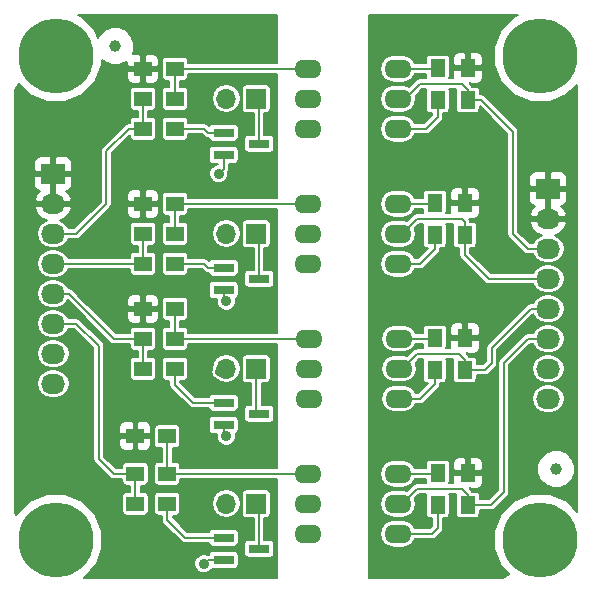
<source format=gbr>
G04 #@! TF.FileFunction,Copper,L1,Top,Signal*
%FSLAX46Y46*%
G04 Gerber Fmt 4.6, Leading zero omitted, Abs format (unit mm)*
G04 Created by KiCad (PCBNEW 4.0.5) date 06/09/17 19:56:26*
%MOMM*%
%LPD*%
G01*
G04 APERTURE LIST*
%ADD10C,0.150000*%
%ADD11C,1.000000*%
%ADD12R,1.500000X1.300000*%
%ADD13R,1.300000X1.500000*%
%ADD14O,2.300000X1.600000*%
%ADD15R,1.800860X0.800100*%
%ADD16R,2.032000X1.727200*%
%ADD17O,2.032000X1.727200*%
%ADD18C,6.350000*%
%ADD19R,1.700000X1.700000*%
%ADD20O,1.700000X1.700000*%
%ADD21C,0.889000*%
%ADD22C,0.203200*%
%ADD23C,0.635000*%
G04 APERTURE END LIST*
D10*
D11*
X46355000Y-38989000D03*
X9017000Y-3175000D03*
D12*
X11350000Y-5080000D03*
X14050000Y-5080000D03*
D13*
X38862000Y-7700000D03*
X38862000Y-5000000D03*
D12*
X11350000Y-16510000D03*
X14050000Y-16510000D03*
D13*
X38608000Y-19130000D03*
X38608000Y-16430000D03*
D12*
X11350000Y-25400000D03*
X14050000Y-25400000D03*
D13*
X38608000Y-30560000D03*
X38608000Y-27860000D03*
D12*
X10715000Y-36195000D03*
X13415000Y-36195000D03*
D13*
X38862000Y-41990000D03*
X38862000Y-39290000D03*
D14*
X25340000Y-5090000D03*
X25340000Y-7630000D03*
X25340000Y-10170000D03*
X32960000Y-10170000D03*
X32960000Y-7630000D03*
X32960000Y-5090000D03*
X25340000Y-16520000D03*
X25340000Y-19060000D03*
X25340000Y-21600000D03*
X32960000Y-21600000D03*
X32960000Y-19060000D03*
X32960000Y-16520000D03*
X25400000Y-27940000D03*
X25400000Y-30480000D03*
X25400000Y-33020000D03*
X33020000Y-33020000D03*
X33020000Y-30480000D03*
X33020000Y-27940000D03*
X25340000Y-39380000D03*
X25340000Y-41920000D03*
X25340000Y-44460000D03*
X32960000Y-44460000D03*
X32960000Y-41920000D03*
X32960000Y-39380000D03*
D15*
X18183860Y-10480000D03*
X18183860Y-12380000D03*
X21186140Y-11430000D03*
X18183860Y-21910000D03*
X18183860Y-23810000D03*
X21186140Y-22860000D03*
X18183860Y-33340000D03*
X18183860Y-35240000D03*
X21186140Y-34290000D03*
X18183860Y-44770000D03*
X18183860Y-46670000D03*
X21186140Y-45720000D03*
D16*
X3750000Y-13980000D03*
D17*
X3750000Y-16520000D03*
X3750000Y-19060000D03*
X3750000Y-21600000D03*
X3750000Y-24140000D03*
X3750000Y-26680000D03*
X3750000Y-29220000D03*
X3750000Y-31760000D03*
D16*
X45660000Y-15250000D03*
D17*
X45660000Y-17790000D03*
X45660000Y-20330000D03*
X45660000Y-22870000D03*
X45660000Y-25410000D03*
X45660000Y-27950000D03*
X45660000Y-30490000D03*
X45660000Y-33030000D03*
D18*
X4000000Y-4000000D03*
X45000000Y-4000000D03*
X4000000Y-45000000D03*
X45000000Y-45000000D03*
D13*
X36322000Y-5000000D03*
X36322000Y-7700000D03*
X36068000Y-16430000D03*
X36068000Y-19130000D03*
X36068000Y-27860000D03*
X36068000Y-30560000D03*
X36322000Y-39290000D03*
X36322000Y-41990000D03*
D12*
X11350000Y-10160000D03*
X14050000Y-10160000D03*
X11350000Y-21590000D03*
X14050000Y-21590000D03*
X11350000Y-30480000D03*
X14050000Y-30480000D03*
X10715000Y-41910000D03*
X13415000Y-41910000D03*
D19*
X20955000Y-7620000D03*
D20*
X18415000Y-7620000D03*
D19*
X20955000Y-19050000D03*
D20*
X18415000Y-19050000D03*
D19*
X20955000Y-30480000D03*
D20*
X18415000Y-30480000D03*
D19*
X20955000Y-41910000D03*
D20*
X18415000Y-41910000D03*
D12*
X11350000Y-7620000D03*
X14050000Y-7620000D03*
X11350000Y-19050000D03*
X14050000Y-19050000D03*
X11350000Y-27940000D03*
X14050000Y-27940000D03*
X10715000Y-39370000D03*
X13415000Y-39370000D03*
D21*
X16510000Y-46990000D03*
X18415000Y-36195000D03*
X18415000Y-24765000D03*
X17780000Y-13970000D03*
D22*
X11350000Y-7620000D02*
X11350000Y-10160000D01*
X3750000Y-19060000D02*
X5705000Y-19060000D01*
X10160000Y-10160000D02*
X11350000Y-10160000D01*
X8255000Y-12065000D02*
X10160000Y-10160000D01*
X8255000Y-16510000D02*
X8255000Y-12065000D01*
X5705000Y-19060000D02*
X8255000Y-16510000D01*
X3750000Y-19060000D02*
X4308000Y-19060000D01*
X32960000Y-7630000D02*
X33518000Y-7630000D01*
X33518000Y-7630000D02*
X34798000Y-6350000D01*
X34798000Y-6350000D02*
X38354000Y-6350000D01*
X38354000Y-6350000D02*
X38862000Y-6858000D01*
X38862000Y-6858000D02*
X38862000Y-7700000D01*
X38862000Y-7700000D02*
X39958000Y-7700000D01*
X43952000Y-20330000D02*
X45660000Y-20330000D01*
X42672000Y-19050000D02*
X43952000Y-20330000D01*
X42672000Y-10414000D02*
X42672000Y-19050000D01*
X39958000Y-7700000D02*
X42672000Y-10414000D01*
X38782000Y-7620000D02*
X38862000Y-7700000D01*
X39136000Y-7710000D02*
X38862000Y-7700000D01*
X18183860Y-46670000D02*
X16830000Y-46670000D01*
X16830000Y-46670000D02*
X16510000Y-46990000D01*
X18183860Y-35240000D02*
X18183860Y-35963860D01*
X18183860Y-35963860D02*
X18415000Y-36195000D01*
X18183860Y-23810000D02*
X18183860Y-24533860D01*
X18183860Y-24533860D02*
X18415000Y-24765000D01*
X18183860Y-12380000D02*
X18183860Y-13566140D01*
X18183860Y-13566140D02*
X17780000Y-13970000D01*
D23*
X18011140Y-30502860D02*
X17780000Y-30734000D01*
D22*
X11350000Y-19050000D02*
X11350000Y-21590000D01*
X11350000Y-21590000D02*
X3760000Y-21590000D01*
X3760000Y-21590000D02*
X3750000Y-21600000D01*
X3750000Y-24140000D02*
X5090000Y-24140000D01*
X8890000Y-27940000D02*
X11350000Y-27940000D01*
X5090000Y-24140000D02*
X8890000Y-27940000D01*
X11350000Y-30480000D02*
X11350000Y-27940000D01*
X10715000Y-39370000D02*
X10715000Y-41910000D01*
X3750000Y-26680000D02*
X5725000Y-26680000D01*
X8890000Y-39370000D02*
X10715000Y-39370000D01*
X7620000Y-38100000D02*
X8890000Y-39370000D01*
X7620000Y-28575000D02*
X7620000Y-38100000D01*
X5725000Y-26680000D02*
X7620000Y-28575000D01*
X32960000Y-19060000D02*
X33264000Y-19060000D01*
X33264000Y-19060000D02*
X34544000Y-17780000D01*
X34544000Y-17780000D02*
X38354000Y-17780000D01*
X38354000Y-17780000D02*
X38608000Y-18034000D01*
X38608000Y-18034000D02*
X38608000Y-19130000D01*
X45660000Y-22870000D02*
X40650000Y-22870000D01*
X38608000Y-20828000D02*
X38608000Y-19130000D01*
X40650000Y-22870000D02*
X38608000Y-20828000D01*
X38528000Y-19050000D02*
X38608000Y-19130000D01*
X33020000Y-30480000D02*
X33324000Y-30480000D01*
X33324000Y-30480000D02*
X34544000Y-29210000D01*
X34544000Y-29210000D02*
X38100000Y-29210000D01*
X38100000Y-29210000D02*
X38608000Y-29718000D01*
X38608000Y-29718000D02*
X38608000Y-30560000D01*
X45660000Y-25410000D02*
X44186000Y-25410000D01*
X40306000Y-30560000D02*
X38608000Y-30560000D01*
X40894000Y-29972000D02*
X40306000Y-30560000D01*
X40894000Y-28702000D02*
X40894000Y-29972000D01*
X44186000Y-25410000D02*
X40894000Y-28702000D01*
X38528000Y-30226000D02*
X38608000Y-30306000D01*
X32960000Y-41920000D02*
X33264000Y-41920000D01*
X33264000Y-41920000D02*
X34544000Y-40640000D01*
X34544000Y-40640000D02*
X38354000Y-40640000D01*
X38354000Y-40640000D02*
X38862000Y-41148000D01*
X38862000Y-41148000D02*
X38862000Y-41990000D01*
X38862000Y-41990000D02*
X40804000Y-42000000D01*
X40804000Y-42000000D02*
X41910000Y-40894000D01*
X41910000Y-40894000D02*
X41910000Y-29972000D01*
X41910000Y-29972000D02*
X43932000Y-27950000D01*
X43932000Y-27950000D02*
X45660000Y-27950000D01*
X38782000Y-41910000D02*
X38862000Y-41990000D01*
X32960000Y-44460000D02*
X35804000Y-44460000D01*
X36322000Y-43942000D02*
X36322000Y-41990000D01*
X35804000Y-44460000D02*
X36322000Y-43942000D01*
X33020000Y-33020000D02*
X34788000Y-33030000D01*
X36068000Y-31750000D02*
X36068000Y-30560000D01*
X34788000Y-33030000D02*
X36068000Y-31750000D01*
X32960000Y-21600000D02*
X34788000Y-21600000D01*
X36068000Y-20320000D02*
X36068000Y-19130000D01*
X34788000Y-21600000D02*
X36068000Y-20320000D01*
X32960000Y-10170000D02*
X35296000Y-10170000D01*
X36322000Y-9144000D02*
X36322000Y-7700000D01*
X35296000Y-10170000D02*
X36322000Y-9144000D01*
X36252000Y-7630000D02*
X36322000Y-7700000D01*
X35998000Y-19060000D02*
X36068000Y-19130000D01*
X35998000Y-30490000D02*
X36068000Y-30560000D01*
X36252000Y-41920000D02*
X36322000Y-41990000D01*
X18183860Y-10480000D02*
X16830000Y-10480000D01*
X16510000Y-10160000D02*
X14050000Y-10160000D01*
X16830000Y-10480000D02*
X16510000Y-10160000D01*
X18183860Y-21910000D02*
X16830000Y-21910000D01*
X16510000Y-21590000D02*
X14050000Y-21590000D01*
X16830000Y-21910000D02*
X16510000Y-21590000D01*
X18183860Y-33340000D02*
X15560000Y-33340000D01*
X14050000Y-31830000D02*
X14050000Y-30480000D01*
X15560000Y-33340000D02*
X14050000Y-31830000D01*
X18183860Y-44770000D02*
X14925000Y-44770000D01*
X13415000Y-43260000D02*
X13415000Y-41910000D01*
X14925000Y-44770000D02*
X13415000Y-43260000D01*
X32960000Y-5090000D02*
X36232000Y-5090000D01*
X36232000Y-5090000D02*
X36322000Y-5000000D01*
X32960000Y-16520000D02*
X35978000Y-16520000D01*
X35978000Y-16520000D02*
X36068000Y-16430000D01*
X33020000Y-27940000D02*
X35978000Y-27950000D01*
X35978000Y-27950000D02*
X36068000Y-27860000D01*
X32960000Y-39380000D02*
X36232000Y-39380000D01*
X36232000Y-39380000D02*
X36322000Y-39290000D01*
X13415000Y-36195000D02*
X13415000Y-39370000D01*
X25340000Y-39380000D02*
X13425000Y-39380000D01*
X13425000Y-39380000D02*
X13415000Y-39370000D01*
D23*
X25270000Y-39450000D02*
X25340000Y-39380000D01*
D22*
X25270000Y-39450000D02*
X25340000Y-39380000D01*
X21186140Y-11430000D02*
X21186140Y-7851140D01*
X21186140Y-7851140D02*
X20955000Y-7620000D01*
D23*
X25327140Y-7642860D02*
X25340000Y-7630000D01*
D22*
X20840860Y-7630000D02*
X20828000Y-7642860D01*
X20965000Y-19060000D02*
X20955000Y-19050000D01*
X21186140Y-22860000D02*
X21186140Y-19281140D01*
X21186140Y-19281140D02*
X20955000Y-19050000D01*
D23*
X25327140Y-19072860D02*
X25340000Y-19060000D01*
D22*
X25327140Y-19072860D02*
X25340000Y-19060000D01*
X20955000Y-30480000D02*
X20955000Y-34058860D01*
X20955000Y-34058860D02*
X21186140Y-34290000D01*
D23*
X25387140Y-30492860D02*
X25400000Y-30480000D01*
D22*
X25387140Y-30492860D02*
X25400000Y-30480000D01*
X20596860Y-30734000D02*
X20828000Y-30502860D01*
X20965000Y-41920000D02*
X20955000Y-41910000D01*
X21186140Y-45720000D02*
X21186140Y-42141140D01*
X21186140Y-42141140D02*
X20955000Y-41910000D01*
X20840860Y-41920000D02*
X20828000Y-41932860D01*
D23*
X25327140Y-41932860D02*
X25340000Y-41920000D01*
D22*
X14050000Y-5080000D02*
X25330000Y-5080000D01*
X25330000Y-5080000D02*
X25340000Y-5090000D01*
X14050000Y-7620000D02*
X14050000Y-5080000D01*
X25250000Y-5000000D02*
X25340000Y-5090000D01*
D23*
X25156000Y-4906000D02*
X25340000Y-5090000D01*
D22*
X14050000Y-16510000D02*
X14050000Y-19050000D01*
X25340000Y-16520000D02*
X14060000Y-16520000D01*
X14060000Y-16520000D02*
X14050000Y-16510000D01*
X25156000Y-16336000D02*
X25340000Y-16520000D01*
X14050000Y-27940000D02*
X14050000Y-25400000D01*
X25400000Y-27940000D02*
X14050000Y-27940000D01*
X25330000Y-28010000D02*
X25400000Y-27940000D01*
D23*
X24962000Y-27502000D02*
X25400000Y-27940000D01*
D22*
G36*
X22698400Y-4622800D02*
X15162566Y-4622800D01*
X15162566Y-4430000D01*
X15137770Y-4298223D01*
X15059890Y-4177193D01*
X14941058Y-4095999D01*
X14800000Y-4067434D01*
X13300000Y-4067434D01*
X13168223Y-4092230D01*
X13047193Y-4170110D01*
X12965999Y-4288942D01*
X12937434Y-4430000D01*
X12937434Y-5730000D01*
X12962230Y-5861777D01*
X13040110Y-5982807D01*
X13158942Y-6064001D01*
X13300000Y-6092566D01*
X13592800Y-6092566D01*
X13592800Y-6607434D01*
X13300000Y-6607434D01*
X13168223Y-6632230D01*
X13047193Y-6710110D01*
X12965999Y-6828942D01*
X12937434Y-6970000D01*
X12937434Y-8270000D01*
X12962230Y-8401777D01*
X13040110Y-8522807D01*
X13158942Y-8604001D01*
X13300000Y-8632566D01*
X14800000Y-8632566D01*
X14931777Y-8607770D01*
X15052807Y-8529890D01*
X15134001Y-8411058D01*
X15162566Y-8270000D01*
X15162566Y-7596381D01*
X17209400Y-7596381D01*
X17209400Y-7643619D01*
X17301171Y-8104982D01*
X17562512Y-8496107D01*
X17953637Y-8757448D01*
X18415000Y-8849219D01*
X18876363Y-8757448D01*
X19267488Y-8496107D01*
X19528829Y-8104982D01*
X19620600Y-7643619D01*
X19620600Y-7596381D01*
X19528829Y-7135018D01*
X19284933Y-6770000D01*
X19742434Y-6770000D01*
X19742434Y-8470000D01*
X19767230Y-8601777D01*
X19845110Y-8722807D01*
X19963942Y-8804001D01*
X20105000Y-8832566D01*
X20728940Y-8832566D01*
X20728940Y-10667384D01*
X20285710Y-10667384D01*
X20153933Y-10692180D01*
X20032903Y-10770060D01*
X19951709Y-10888892D01*
X19923144Y-11029950D01*
X19923144Y-11830050D01*
X19947940Y-11961827D01*
X20025820Y-12082857D01*
X20144652Y-12164051D01*
X20285710Y-12192616D01*
X22086570Y-12192616D01*
X22218347Y-12167820D01*
X22339377Y-12089940D01*
X22420571Y-11971108D01*
X22449136Y-11830050D01*
X22449136Y-11029950D01*
X22424340Y-10898173D01*
X22346460Y-10777143D01*
X22227628Y-10695949D01*
X22086570Y-10667384D01*
X21643340Y-10667384D01*
X21643340Y-8832566D01*
X21805000Y-8832566D01*
X21936777Y-8807770D01*
X22057807Y-8729890D01*
X22139001Y-8611058D01*
X22167566Y-8470000D01*
X22167566Y-6770000D01*
X22142770Y-6638223D01*
X22064890Y-6517193D01*
X21946058Y-6435999D01*
X21805000Y-6407434D01*
X20105000Y-6407434D01*
X19973223Y-6432230D01*
X19852193Y-6510110D01*
X19770999Y-6628942D01*
X19742434Y-6770000D01*
X19284933Y-6770000D01*
X19267488Y-6743893D01*
X18876363Y-6482552D01*
X18415000Y-6390781D01*
X17953637Y-6482552D01*
X17562512Y-6743893D01*
X17301171Y-7135018D01*
X17209400Y-7596381D01*
X15162566Y-7596381D01*
X15162566Y-6970000D01*
X15137770Y-6838223D01*
X15059890Y-6717193D01*
X14941058Y-6635999D01*
X14800000Y-6607434D01*
X14507200Y-6607434D01*
X14507200Y-6092566D01*
X14800000Y-6092566D01*
X14931777Y-6067770D01*
X15052807Y-5989890D01*
X15134001Y-5871058D01*
X15162566Y-5730000D01*
X15162566Y-5537200D01*
X22698400Y-5537200D01*
X22698400Y-16062800D01*
X15162566Y-16062800D01*
X15162566Y-15860000D01*
X15137770Y-15728223D01*
X15059890Y-15607193D01*
X14941058Y-15525999D01*
X14800000Y-15497434D01*
X13300000Y-15497434D01*
X13168223Y-15522230D01*
X13047193Y-15600110D01*
X12965999Y-15718942D01*
X12937434Y-15860000D01*
X12937434Y-17160000D01*
X12962230Y-17291777D01*
X13040110Y-17412807D01*
X13158942Y-17494001D01*
X13300000Y-17522566D01*
X13592800Y-17522566D01*
X13592800Y-18037434D01*
X13300000Y-18037434D01*
X13168223Y-18062230D01*
X13047193Y-18140110D01*
X12965999Y-18258942D01*
X12937434Y-18400000D01*
X12937434Y-19700000D01*
X12962230Y-19831777D01*
X13040110Y-19952807D01*
X13158942Y-20034001D01*
X13300000Y-20062566D01*
X14800000Y-20062566D01*
X14931777Y-20037770D01*
X15052807Y-19959890D01*
X15134001Y-19841058D01*
X15162566Y-19700000D01*
X15162566Y-19026381D01*
X17209400Y-19026381D01*
X17209400Y-19073619D01*
X17301171Y-19534982D01*
X17562512Y-19926107D01*
X17953637Y-20187448D01*
X18415000Y-20279219D01*
X18876363Y-20187448D01*
X19267488Y-19926107D01*
X19528829Y-19534982D01*
X19620600Y-19073619D01*
X19620600Y-19026381D01*
X19528829Y-18565018D01*
X19284933Y-18200000D01*
X19742434Y-18200000D01*
X19742434Y-19900000D01*
X19767230Y-20031777D01*
X19845110Y-20152807D01*
X19963942Y-20234001D01*
X20105000Y-20262566D01*
X20728940Y-20262566D01*
X20728940Y-22097384D01*
X20285710Y-22097384D01*
X20153933Y-22122180D01*
X20032903Y-22200060D01*
X19951709Y-22318892D01*
X19923144Y-22459950D01*
X19923144Y-23260050D01*
X19947940Y-23391827D01*
X20025820Y-23512857D01*
X20144652Y-23594051D01*
X20285710Y-23622616D01*
X22086570Y-23622616D01*
X22218347Y-23597820D01*
X22339377Y-23519940D01*
X22420571Y-23401108D01*
X22449136Y-23260050D01*
X22449136Y-22459950D01*
X22424340Y-22328173D01*
X22346460Y-22207143D01*
X22227628Y-22125949D01*
X22086570Y-22097384D01*
X21643340Y-22097384D01*
X21643340Y-20262566D01*
X21805000Y-20262566D01*
X21936777Y-20237770D01*
X22057807Y-20159890D01*
X22139001Y-20041058D01*
X22167566Y-19900000D01*
X22167566Y-18200000D01*
X22142770Y-18068223D01*
X22064890Y-17947193D01*
X21946058Y-17865999D01*
X21805000Y-17837434D01*
X20105000Y-17837434D01*
X19973223Y-17862230D01*
X19852193Y-17940110D01*
X19770999Y-18058942D01*
X19742434Y-18200000D01*
X19284933Y-18200000D01*
X19267488Y-18173893D01*
X18876363Y-17912552D01*
X18415000Y-17820781D01*
X17953637Y-17912552D01*
X17562512Y-18173893D01*
X17301171Y-18565018D01*
X17209400Y-19026381D01*
X15162566Y-19026381D01*
X15162566Y-18400000D01*
X15137770Y-18268223D01*
X15059890Y-18147193D01*
X14941058Y-18065999D01*
X14800000Y-18037434D01*
X14507200Y-18037434D01*
X14507200Y-17522566D01*
X14800000Y-17522566D01*
X14931777Y-17497770D01*
X15052807Y-17419890D01*
X15134001Y-17301058D01*
X15162566Y-17160000D01*
X15162566Y-16977200D01*
X22698400Y-16977200D01*
X22698400Y-27482800D01*
X15162566Y-27482800D01*
X15162566Y-27290000D01*
X15137770Y-27158223D01*
X15059890Y-27037193D01*
X14941058Y-26955999D01*
X14800000Y-26927434D01*
X14507200Y-26927434D01*
X14507200Y-26412566D01*
X14800000Y-26412566D01*
X14931777Y-26387770D01*
X15052807Y-26309890D01*
X15134001Y-26191058D01*
X15162566Y-26050000D01*
X15162566Y-24750000D01*
X15137770Y-24618223D01*
X15059890Y-24497193D01*
X14941058Y-24415999D01*
X14800000Y-24387434D01*
X13300000Y-24387434D01*
X13168223Y-24412230D01*
X13047193Y-24490110D01*
X12965999Y-24608942D01*
X12937434Y-24750000D01*
X12937434Y-26050000D01*
X12962230Y-26181777D01*
X13040110Y-26302807D01*
X13158942Y-26384001D01*
X13300000Y-26412566D01*
X13592800Y-26412566D01*
X13592800Y-26927434D01*
X13300000Y-26927434D01*
X13168223Y-26952230D01*
X13047193Y-27030110D01*
X12965999Y-27148942D01*
X12937434Y-27290000D01*
X12937434Y-28590000D01*
X12962230Y-28721777D01*
X13040110Y-28842807D01*
X13158942Y-28924001D01*
X13300000Y-28952566D01*
X14800000Y-28952566D01*
X14931777Y-28927770D01*
X15052807Y-28849890D01*
X15134001Y-28731058D01*
X15162566Y-28590000D01*
X15162566Y-28397200D01*
X22698400Y-28397200D01*
X22698400Y-38922800D01*
X14527566Y-38922800D01*
X14527566Y-38720000D01*
X14502770Y-38588223D01*
X14424890Y-38467193D01*
X14306058Y-38385999D01*
X14165000Y-38357434D01*
X13872200Y-38357434D01*
X13872200Y-37207566D01*
X14165000Y-37207566D01*
X14296777Y-37182770D01*
X14417807Y-37104890D01*
X14499001Y-36986058D01*
X14527566Y-36845000D01*
X14527566Y-35545000D01*
X14502770Y-35413223D01*
X14424890Y-35292193D01*
X14306058Y-35210999D01*
X14165000Y-35182434D01*
X12665000Y-35182434D01*
X12533223Y-35207230D01*
X12412193Y-35285110D01*
X12330999Y-35403942D01*
X12302434Y-35545000D01*
X12302434Y-36845000D01*
X12327230Y-36976777D01*
X12405110Y-37097807D01*
X12523942Y-37179001D01*
X12665000Y-37207566D01*
X12957800Y-37207566D01*
X12957800Y-38357434D01*
X12665000Y-38357434D01*
X12533223Y-38382230D01*
X12412193Y-38460110D01*
X12330999Y-38578942D01*
X12302434Y-38720000D01*
X12302434Y-40020000D01*
X12327230Y-40151777D01*
X12405110Y-40272807D01*
X12523942Y-40354001D01*
X12665000Y-40382566D01*
X14165000Y-40382566D01*
X14296777Y-40357770D01*
X14417807Y-40279890D01*
X14499001Y-40161058D01*
X14527566Y-40020000D01*
X14527566Y-39837200D01*
X22698400Y-39837200D01*
X22698400Y-48168400D01*
X6362737Y-48168400D01*
X7314160Y-47218637D01*
X7343303Y-47148452D01*
X15709761Y-47148452D01*
X15831313Y-47442628D01*
X16056188Y-47667896D01*
X16350152Y-47789961D01*
X16668452Y-47790239D01*
X16962628Y-47668687D01*
X17187896Y-47443812D01*
X17199595Y-47415639D01*
X17283430Y-47432616D01*
X19084290Y-47432616D01*
X19216067Y-47407820D01*
X19337097Y-47329940D01*
X19418291Y-47211108D01*
X19446856Y-47070050D01*
X19446856Y-46269950D01*
X19422060Y-46138173D01*
X19344180Y-46017143D01*
X19225348Y-45935949D01*
X19084290Y-45907384D01*
X17283430Y-45907384D01*
X17151653Y-45932180D01*
X17030623Y-46010060D01*
X16949429Y-46128892D01*
X16932437Y-46212800D01*
X16830000Y-46212800D01*
X16758779Y-46226967D01*
X16669848Y-46190039D01*
X16351548Y-46189761D01*
X16057372Y-46311313D01*
X15832104Y-46536188D01*
X15710039Y-46830152D01*
X15709761Y-47148452D01*
X7343303Y-47148452D01*
X7910920Y-45781479D01*
X7912278Y-44225348D01*
X7318027Y-42787151D01*
X6218637Y-41685840D01*
X4781479Y-41089080D01*
X3225348Y-41087722D01*
X1787151Y-41681973D01*
X685840Y-42781363D01*
X640630Y-42890242D01*
X546100Y-42732692D01*
X546100Y-31760000D01*
X2351529Y-31760000D01*
X2444335Y-32226568D01*
X2708624Y-32622105D01*
X3104161Y-32886394D01*
X3570729Y-32979200D01*
X3929271Y-32979200D01*
X4395839Y-32886394D01*
X4791376Y-32622105D01*
X5055665Y-32226568D01*
X5148471Y-31760000D01*
X5055665Y-31293432D01*
X4791376Y-30897895D01*
X4395839Y-30633606D01*
X3929271Y-30540800D01*
X3570729Y-30540800D01*
X3104161Y-30633606D01*
X2708624Y-30897895D01*
X2444335Y-31293432D01*
X2351529Y-31760000D01*
X546100Y-31760000D01*
X546100Y-29220000D01*
X2351529Y-29220000D01*
X2444335Y-29686568D01*
X2708624Y-30082105D01*
X3104161Y-30346394D01*
X3570729Y-30439200D01*
X3929271Y-30439200D01*
X4395839Y-30346394D01*
X4791376Y-30082105D01*
X5055665Y-29686568D01*
X5148471Y-29220000D01*
X5055665Y-28753432D01*
X4791376Y-28357895D01*
X4395839Y-28093606D01*
X3929271Y-28000800D01*
X3570729Y-28000800D01*
X3104161Y-28093606D01*
X2708624Y-28357895D01*
X2444335Y-28753432D01*
X2351529Y-29220000D01*
X546100Y-29220000D01*
X546100Y-26680000D01*
X2351529Y-26680000D01*
X2444335Y-27146568D01*
X2708624Y-27542105D01*
X3104161Y-27806394D01*
X3570729Y-27899200D01*
X3929271Y-27899200D01*
X4395839Y-27806394D01*
X4791376Y-27542105D01*
X5055665Y-27146568D01*
X5057528Y-27137200D01*
X5535622Y-27137200D01*
X7162800Y-28764378D01*
X7162800Y-38100000D01*
X7197602Y-38274963D01*
X7296711Y-38423289D01*
X8566711Y-39693289D01*
X8715037Y-39792398D01*
X8890000Y-39827200D01*
X9602434Y-39827200D01*
X9602434Y-40020000D01*
X9627230Y-40151777D01*
X9705110Y-40272807D01*
X9823942Y-40354001D01*
X9965000Y-40382566D01*
X10257800Y-40382566D01*
X10257800Y-40897434D01*
X9965000Y-40897434D01*
X9833223Y-40922230D01*
X9712193Y-41000110D01*
X9630999Y-41118942D01*
X9602434Y-41260000D01*
X9602434Y-42560000D01*
X9627230Y-42691777D01*
X9705110Y-42812807D01*
X9823942Y-42894001D01*
X9965000Y-42922566D01*
X11465000Y-42922566D01*
X11596777Y-42897770D01*
X11717807Y-42819890D01*
X11799001Y-42701058D01*
X11827566Y-42560000D01*
X11827566Y-41260000D01*
X12302434Y-41260000D01*
X12302434Y-42560000D01*
X12327230Y-42691777D01*
X12405110Y-42812807D01*
X12523942Y-42894001D01*
X12665000Y-42922566D01*
X12957800Y-42922566D01*
X12957800Y-43260000D01*
X12992602Y-43434963D01*
X13091711Y-43583289D01*
X14601710Y-45093289D01*
X14716591Y-45170050D01*
X14750037Y-45192398D01*
X14925000Y-45227200D01*
X16931618Y-45227200D01*
X16945660Y-45301827D01*
X17023540Y-45422857D01*
X17142372Y-45504051D01*
X17283430Y-45532616D01*
X19084290Y-45532616D01*
X19216067Y-45507820D01*
X19337097Y-45429940D01*
X19418291Y-45311108D01*
X19446856Y-45170050D01*
X19446856Y-44369950D01*
X19422060Y-44238173D01*
X19344180Y-44117143D01*
X19225348Y-44035949D01*
X19084290Y-44007384D01*
X17283430Y-44007384D01*
X17151653Y-44032180D01*
X17030623Y-44110060D01*
X16949429Y-44228892D01*
X16932437Y-44312800D01*
X15114379Y-44312800D01*
X13872200Y-43070622D01*
X13872200Y-42922566D01*
X14165000Y-42922566D01*
X14296777Y-42897770D01*
X14417807Y-42819890D01*
X14499001Y-42701058D01*
X14527566Y-42560000D01*
X14527566Y-41886381D01*
X17209400Y-41886381D01*
X17209400Y-41933619D01*
X17301171Y-42394982D01*
X17562512Y-42786107D01*
X17953637Y-43047448D01*
X18415000Y-43139219D01*
X18876363Y-43047448D01*
X19267488Y-42786107D01*
X19528829Y-42394982D01*
X19620600Y-41933619D01*
X19620600Y-41886381D01*
X19528829Y-41425018D01*
X19284933Y-41060000D01*
X19742434Y-41060000D01*
X19742434Y-42760000D01*
X19767230Y-42891777D01*
X19845110Y-43012807D01*
X19963942Y-43094001D01*
X20105000Y-43122566D01*
X20728940Y-43122566D01*
X20728940Y-44957384D01*
X20285710Y-44957384D01*
X20153933Y-44982180D01*
X20032903Y-45060060D01*
X19951709Y-45178892D01*
X19923144Y-45319950D01*
X19923144Y-46120050D01*
X19947940Y-46251827D01*
X20025820Y-46372857D01*
X20144652Y-46454051D01*
X20285710Y-46482616D01*
X22086570Y-46482616D01*
X22218347Y-46457820D01*
X22339377Y-46379940D01*
X22420571Y-46261108D01*
X22449136Y-46120050D01*
X22449136Y-45319950D01*
X22424340Y-45188173D01*
X22346460Y-45067143D01*
X22227628Y-44985949D01*
X22086570Y-44957384D01*
X21643340Y-44957384D01*
X21643340Y-43122566D01*
X21805000Y-43122566D01*
X21936777Y-43097770D01*
X22057807Y-43019890D01*
X22139001Y-42901058D01*
X22167566Y-42760000D01*
X22167566Y-41060000D01*
X22142770Y-40928223D01*
X22064890Y-40807193D01*
X21946058Y-40725999D01*
X21805000Y-40697434D01*
X20105000Y-40697434D01*
X19973223Y-40722230D01*
X19852193Y-40800110D01*
X19770999Y-40918942D01*
X19742434Y-41060000D01*
X19284933Y-41060000D01*
X19267488Y-41033893D01*
X18876363Y-40772552D01*
X18415000Y-40680781D01*
X17953637Y-40772552D01*
X17562512Y-41033893D01*
X17301171Y-41425018D01*
X17209400Y-41886381D01*
X14527566Y-41886381D01*
X14527566Y-41260000D01*
X14502770Y-41128223D01*
X14424890Y-41007193D01*
X14306058Y-40925999D01*
X14165000Y-40897434D01*
X12665000Y-40897434D01*
X12533223Y-40922230D01*
X12412193Y-41000110D01*
X12330999Y-41118942D01*
X12302434Y-41260000D01*
X11827566Y-41260000D01*
X11802770Y-41128223D01*
X11724890Y-41007193D01*
X11606058Y-40925999D01*
X11465000Y-40897434D01*
X11172200Y-40897434D01*
X11172200Y-40382566D01*
X11465000Y-40382566D01*
X11596777Y-40357770D01*
X11717807Y-40279890D01*
X11799001Y-40161058D01*
X11827566Y-40020000D01*
X11827566Y-38720000D01*
X11802770Y-38588223D01*
X11724890Y-38467193D01*
X11606058Y-38385999D01*
X11465000Y-38357434D01*
X9965000Y-38357434D01*
X9833223Y-38382230D01*
X9712193Y-38460110D01*
X9630999Y-38578942D01*
X9602434Y-38720000D01*
X9602434Y-38912800D01*
X9079378Y-38912800D01*
X8077200Y-37910622D01*
X8077200Y-36499800D01*
X9355400Y-36499800D01*
X9355400Y-36966257D01*
X9448206Y-37190311D01*
X9619689Y-37361794D01*
X9843743Y-37454600D01*
X10410200Y-37454600D01*
X10562600Y-37302200D01*
X10562600Y-36347400D01*
X10867400Y-36347400D01*
X10867400Y-37302200D01*
X11019800Y-37454600D01*
X11586257Y-37454600D01*
X11810311Y-37361794D01*
X11981794Y-37190311D01*
X12074600Y-36966257D01*
X12074600Y-36499800D01*
X11922200Y-36347400D01*
X10867400Y-36347400D01*
X10562600Y-36347400D01*
X9507800Y-36347400D01*
X9355400Y-36499800D01*
X8077200Y-36499800D01*
X8077200Y-35423743D01*
X9355400Y-35423743D01*
X9355400Y-35890200D01*
X9507800Y-36042600D01*
X10562600Y-36042600D01*
X10562600Y-35087800D01*
X10867400Y-35087800D01*
X10867400Y-36042600D01*
X11922200Y-36042600D01*
X12074600Y-35890200D01*
X12074600Y-35423743D01*
X11981794Y-35199689D01*
X11810311Y-35028206D01*
X11586257Y-34935400D01*
X11019800Y-34935400D01*
X10867400Y-35087800D01*
X10562600Y-35087800D01*
X10410200Y-34935400D01*
X9843743Y-34935400D01*
X9619689Y-35028206D01*
X9448206Y-35199689D01*
X9355400Y-35423743D01*
X8077200Y-35423743D01*
X8077200Y-34839950D01*
X16920864Y-34839950D01*
X16920864Y-35640050D01*
X16945660Y-35771827D01*
X17023540Y-35892857D01*
X17142372Y-35974051D01*
X17283430Y-36002616D01*
X17628549Y-36002616D01*
X17615039Y-36035152D01*
X17614761Y-36353452D01*
X17736313Y-36647628D01*
X17961188Y-36872896D01*
X18255152Y-36994961D01*
X18573452Y-36995239D01*
X18867628Y-36873687D01*
X19092896Y-36648812D01*
X19214961Y-36354848D01*
X19215239Y-36036548D01*
X19192783Y-35982201D01*
X19216067Y-35977820D01*
X19337097Y-35899940D01*
X19418291Y-35781108D01*
X19446856Y-35640050D01*
X19446856Y-34839950D01*
X19422060Y-34708173D01*
X19344180Y-34587143D01*
X19225348Y-34505949D01*
X19084290Y-34477384D01*
X17283430Y-34477384D01*
X17151653Y-34502180D01*
X17030623Y-34580060D01*
X16949429Y-34698892D01*
X16920864Y-34839950D01*
X8077200Y-34839950D01*
X8077200Y-28575000D01*
X8042398Y-28400037D01*
X7943289Y-28251711D01*
X6048289Y-26356711D01*
X5899963Y-26257602D01*
X5725000Y-26222800D01*
X5057528Y-26222800D01*
X5055665Y-26213432D01*
X4791376Y-25817895D01*
X4395839Y-25553606D01*
X3929271Y-25460800D01*
X3570729Y-25460800D01*
X3104161Y-25553606D01*
X2708624Y-25817895D01*
X2444335Y-26213432D01*
X2351529Y-26680000D01*
X546100Y-26680000D01*
X546100Y-24140000D01*
X2351529Y-24140000D01*
X2444335Y-24606568D01*
X2708624Y-25002105D01*
X3104161Y-25266394D01*
X3570729Y-25359200D01*
X3929271Y-25359200D01*
X4395839Y-25266394D01*
X4791376Y-25002105D01*
X4997316Y-24693894D01*
X8566711Y-28263290D01*
X8708298Y-28357895D01*
X8715037Y-28362398D01*
X8890000Y-28397200D01*
X10237434Y-28397200D01*
X10237434Y-28590000D01*
X10262230Y-28721777D01*
X10340110Y-28842807D01*
X10458942Y-28924001D01*
X10600000Y-28952566D01*
X10892800Y-28952566D01*
X10892800Y-29467434D01*
X10600000Y-29467434D01*
X10468223Y-29492230D01*
X10347193Y-29570110D01*
X10265999Y-29688942D01*
X10237434Y-29830000D01*
X10237434Y-31130000D01*
X10262230Y-31261777D01*
X10340110Y-31382807D01*
X10458942Y-31464001D01*
X10600000Y-31492566D01*
X12100000Y-31492566D01*
X12231777Y-31467770D01*
X12352807Y-31389890D01*
X12434001Y-31271058D01*
X12462566Y-31130000D01*
X12462566Y-29830000D01*
X12937434Y-29830000D01*
X12937434Y-31130000D01*
X12962230Y-31261777D01*
X13040110Y-31382807D01*
X13158942Y-31464001D01*
X13300000Y-31492566D01*
X13592800Y-31492566D01*
X13592800Y-31830000D01*
X13627602Y-32004963D01*
X13726711Y-32153289D01*
X15236710Y-33663289D01*
X15344888Y-33735571D01*
X15385037Y-33762398D01*
X15560000Y-33797200D01*
X16931618Y-33797200D01*
X16945660Y-33871827D01*
X17023540Y-33992857D01*
X17142372Y-34074051D01*
X17283430Y-34102616D01*
X19084290Y-34102616D01*
X19216067Y-34077820D01*
X19337097Y-33999940D01*
X19418291Y-33881108D01*
X19446856Y-33740050D01*
X19446856Y-32939950D01*
X19422060Y-32808173D01*
X19344180Y-32687143D01*
X19225348Y-32605949D01*
X19084290Y-32577384D01*
X17283430Y-32577384D01*
X17151653Y-32602180D01*
X17030623Y-32680060D01*
X16949429Y-32798892D01*
X16932437Y-32882800D01*
X15749379Y-32882800D01*
X14507200Y-31640622D01*
X14507200Y-31492566D01*
X14800000Y-31492566D01*
X14931777Y-31467770D01*
X15052807Y-31389890D01*
X15134001Y-31271058D01*
X15162566Y-31130000D01*
X15162566Y-30734000D01*
X17106899Y-30734000D01*
X17158137Y-30991584D01*
X17304046Y-31209954D01*
X17522416Y-31355863D01*
X17578989Y-31367116D01*
X17953637Y-31617448D01*
X18415000Y-31709219D01*
X18876363Y-31617448D01*
X19267488Y-31356107D01*
X19528829Y-30964982D01*
X19620600Y-30503619D01*
X19620600Y-30456381D01*
X19528829Y-29995018D01*
X19284933Y-29630000D01*
X19742434Y-29630000D01*
X19742434Y-31330000D01*
X19767230Y-31461777D01*
X19845110Y-31582807D01*
X19963942Y-31664001D01*
X20105000Y-31692566D01*
X20497800Y-31692566D01*
X20497800Y-33527384D01*
X20285710Y-33527384D01*
X20153933Y-33552180D01*
X20032903Y-33630060D01*
X19951709Y-33748892D01*
X19923144Y-33889950D01*
X19923144Y-34690050D01*
X19947940Y-34821827D01*
X20025820Y-34942857D01*
X20144652Y-35024051D01*
X20285710Y-35052616D01*
X22086570Y-35052616D01*
X22218347Y-35027820D01*
X22339377Y-34949940D01*
X22420571Y-34831108D01*
X22449136Y-34690050D01*
X22449136Y-33889950D01*
X22424340Y-33758173D01*
X22346460Y-33637143D01*
X22227628Y-33555949D01*
X22086570Y-33527384D01*
X21412200Y-33527384D01*
X21412200Y-31692566D01*
X21805000Y-31692566D01*
X21936777Y-31667770D01*
X22057807Y-31589890D01*
X22139001Y-31471058D01*
X22167566Y-31330000D01*
X22167566Y-29630000D01*
X22142770Y-29498223D01*
X22064890Y-29377193D01*
X21946058Y-29295999D01*
X21805000Y-29267434D01*
X20105000Y-29267434D01*
X19973223Y-29292230D01*
X19852193Y-29370110D01*
X19770999Y-29488942D01*
X19742434Y-29630000D01*
X19284933Y-29630000D01*
X19267488Y-29603893D01*
X18876363Y-29342552D01*
X18415000Y-29250781D01*
X17953637Y-29342552D01*
X17562512Y-29603893D01*
X17301171Y-29995018D01*
X17225455Y-30375666D01*
X17158137Y-30476416D01*
X17106899Y-30734000D01*
X15162566Y-30734000D01*
X15162566Y-29830000D01*
X15137770Y-29698223D01*
X15059890Y-29577193D01*
X14941058Y-29495999D01*
X14800000Y-29467434D01*
X13300000Y-29467434D01*
X13168223Y-29492230D01*
X13047193Y-29570110D01*
X12965999Y-29688942D01*
X12937434Y-29830000D01*
X12462566Y-29830000D01*
X12437770Y-29698223D01*
X12359890Y-29577193D01*
X12241058Y-29495999D01*
X12100000Y-29467434D01*
X11807200Y-29467434D01*
X11807200Y-28952566D01*
X12100000Y-28952566D01*
X12231777Y-28927770D01*
X12352807Y-28849890D01*
X12434001Y-28731058D01*
X12462566Y-28590000D01*
X12462566Y-27290000D01*
X12437770Y-27158223D01*
X12359890Y-27037193D01*
X12241058Y-26955999D01*
X12100000Y-26927434D01*
X10600000Y-26927434D01*
X10468223Y-26952230D01*
X10347193Y-27030110D01*
X10265999Y-27148942D01*
X10237434Y-27290000D01*
X10237434Y-27482800D01*
X9079379Y-27482800D01*
X7301379Y-25704800D01*
X9990400Y-25704800D01*
X9990400Y-26171257D01*
X10083206Y-26395311D01*
X10254689Y-26566794D01*
X10478743Y-26659600D01*
X11045200Y-26659600D01*
X11197600Y-26507200D01*
X11197600Y-25552400D01*
X11502400Y-25552400D01*
X11502400Y-26507200D01*
X11654800Y-26659600D01*
X12221257Y-26659600D01*
X12445311Y-26566794D01*
X12616794Y-26395311D01*
X12709600Y-26171257D01*
X12709600Y-25704800D01*
X12557200Y-25552400D01*
X11502400Y-25552400D01*
X11197600Y-25552400D01*
X10142800Y-25552400D01*
X9990400Y-25704800D01*
X7301379Y-25704800D01*
X6225322Y-24628743D01*
X9990400Y-24628743D01*
X9990400Y-25095200D01*
X10142800Y-25247600D01*
X11197600Y-25247600D01*
X11197600Y-24292800D01*
X11502400Y-24292800D01*
X11502400Y-25247600D01*
X12557200Y-25247600D01*
X12709600Y-25095200D01*
X12709600Y-24628743D01*
X12616794Y-24404689D01*
X12445311Y-24233206D01*
X12221257Y-24140400D01*
X11654800Y-24140400D01*
X11502400Y-24292800D01*
X11197600Y-24292800D01*
X11045200Y-24140400D01*
X10478743Y-24140400D01*
X10254689Y-24233206D01*
X10083206Y-24404689D01*
X9990400Y-24628743D01*
X6225322Y-24628743D01*
X5413289Y-23816711D01*
X5264963Y-23717602D01*
X5090000Y-23682800D01*
X5057528Y-23682800D01*
X5055665Y-23673432D01*
X4879613Y-23409950D01*
X16920864Y-23409950D01*
X16920864Y-24210050D01*
X16945660Y-24341827D01*
X17023540Y-24462857D01*
X17142372Y-24544051D01*
X17283430Y-24572616D01*
X17628549Y-24572616D01*
X17615039Y-24605152D01*
X17614761Y-24923452D01*
X17736313Y-25217628D01*
X17961188Y-25442896D01*
X18255152Y-25564961D01*
X18573452Y-25565239D01*
X18867628Y-25443687D01*
X19092896Y-25218812D01*
X19214961Y-24924848D01*
X19215239Y-24606548D01*
X19192783Y-24552201D01*
X19216067Y-24547820D01*
X19337097Y-24469940D01*
X19418291Y-24351108D01*
X19446856Y-24210050D01*
X19446856Y-23409950D01*
X19422060Y-23278173D01*
X19344180Y-23157143D01*
X19225348Y-23075949D01*
X19084290Y-23047384D01*
X17283430Y-23047384D01*
X17151653Y-23072180D01*
X17030623Y-23150060D01*
X16949429Y-23268892D01*
X16920864Y-23409950D01*
X4879613Y-23409950D01*
X4791376Y-23277895D01*
X4395839Y-23013606D01*
X3929271Y-22920800D01*
X3570729Y-22920800D01*
X3104161Y-23013606D01*
X2708624Y-23277895D01*
X2444335Y-23673432D01*
X2351529Y-24140000D01*
X546100Y-24140000D01*
X546100Y-21600000D01*
X2351529Y-21600000D01*
X2444335Y-22066568D01*
X2708624Y-22462105D01*
X3104161Y-22726394D01*
X3570729Y-22819200D01*
X3929271Y-22819200D01*
X4395839Y-22726394D01*
X4791376Y-22462105D01*
X5055665Y-22066568D01*
X5059518Y-22047200D01*
X10237434Y-22047200D01*
X10237434Y-22240000D01*
X10262230Y-22371777D01*
X10340110Y-22492807D01*
X10458942Y-22574001D01*
X10600000Y-22602566D01*
X12100000Y-22602566D01*
X12231777Y-22577770D01*
X12352807Y-22499890D01*
X12434001Y-22381058D01*
X12462566Y-22240000D01*
X12462566Y-20940000D01*
X12937434Y-20940000D01*
X12937434Y-22240000D01*
X12962230Y-22371777D01*
X13040110Y-22492807D01*
X13158942Y-22574001D01*
X13300000Y-22602566D01*
X14800000Y-22602566D01*
X14931777Y-22577770D01*
X15052807Y-22499890D01*
X15134001Y-22381058D01*
X15162566Y-22240000D01*
X15162566Y-22047200D01*
X16320622Y-22047200D01*
X16506711Y-22233289D01*
X16655037Y-22332398D01*
X16830000Y-22367200D01*
X16931618Y-22367200D01*
X16945660Y-22441827D01*
X17023540Y-22562857D01*
X17142372Y-22644051D01*
X17283430Y-22672616D01*
X19084290Y-22672616D01*
X19216067Y-22647820D01*
X19337097Y-22569940D01*
X19418291Y-22451108D01*
X19446856Y-22310050D01*
X19446856Y-21509950D01*
X19422060Y-21378173D01*
X19344180Y-21257143D01*
X19225348Y-21175949D01*
X19084290Y-21147384D01*
X17283430Y-21147384D01*
X17151653Y-21172180D01*
X17030623Y-21250060D01*
X16949429Y-21368892D01*
X16947078Y-21380500D01*
X16833289Y-21266711D01*
X16684963Y-21167602D01*
X16510000Y-21132800D01*
X15162566Y-21132800D01*
X15162566Y-20940000D01*
X15137770Y-20808223D01*
X15059890Y-20687193D01*
X14941058Y-20605999D01*
X14800000Y-20577434D01*
X13300000Y-20577434D01*
X13168223Y-20602230D01*
X13047193Y-20680110D01*
X12965999Y-20798942D01*
X12937434Y-20940000D01*
X12462566Y-20940000D01*
X12437770Y-20808223D01*
X12359890Y-20687193D01*
X12241058Y-20605999D01*
X12100000Y-20577434D01*
X11807200Y-20577434D01*
X11807200Y-20062566D01*
X12100000Y-20062566D01*
X12231777Y-20037770D01*
X12352807Y-19959890D01*
X12434001Y-19841058D01*
X12462566Y-19700000D01*
X12462566Y-18400000D01*
X12437770Y-18268223D01*
X12359890Y-18147193D01*
X12241058Y-18065999D01*
X12100000Y-18037434D01*
X10600000Y-18037434D01*
X10468223Y-18062230D01*
X10347193Y-18140110D01*
X10265999Y-18258942D01*
X10237434Y-18400000D01*
X10237434Y-19700000D01*
X10262230Y-19831777D01*
X10340110Y-19952807D01*
X10458942Y-20034001D01*
X10600000Y-20062566D01*
X10892800Y-20062566D01*
X10892800Y-20577434D01*
X10600000Y-20577434D01*
X10468223Y-20602230D01*
X10347193Y-20680110D01*
X10265999Y-20798942D01*
X10237434Y-20940000D01*
X10237434Y-21132800D01*
X5055243Y-21132800D01*
X4791376Y-20737895D01*
X4395839Y-20473606D01*
X3929271Y-20380800D01*
X3570729Y-20380800D01*
X3104161Y-20473606D01*
X2708624Y-20737895D01*
X2444335Y-21133432D01*
X2351529Y-21600000D01*
X546100Y-21600000D01*
X546100Y-16899746D01*
X2174185Y-16899746D01*
X2405757Y-17385925D01*
X2827856Y-17776109D01*
X3202011Y-17914142D01*
X3104161Y-17933606D01*
X2708624Y-18197895D01*
X2444335Y-18593432D01*
X2351529Y-19060000D01*
X2444335Y-19526568D01*
X2708624Y-19922105D01*
X3104161Y-20186394D01*
X3570729Y-20279200D01*
X3929271Y-20279200D01*
X4395839Y-20186394D01*
X4791376Y-19922105D01*
X5055665Y-19526568D01*
X5057528Y-19517200D01*
X5705000Y-19517200D01*
X5879963Y-19482398D01*
X6028289Y-19383289D01*
X8578290Y-16833289D01*
X8590643Y-16814800D01*
X9990400Y-16814800D01*
X9990400Y-17281257D01*
X10083206Y-17505311D01*
X10254689Y-17676794D01*
X10478743Y-17769600D01*
X11045200Y-17769600D01*
X11197600Y-17617200D01*
X11197600Y-16662400D01*
X11502400Y-16662400D01*
X11502400Y-17617200D01*
X11654800Y-17769600D01*
X12221257Y-17769600D01*
X12445311Y-17676794D01*
X12616794Y-17505311D01*
X12709600Y-17281257D01*
X12709600Y-16814800D01*
X12557200Y-16662400D01*
X11502400Y-16662400D01*
X11197600Y-16662400D01*
X10142800Y-16662400D01*
X9990400Y-16814800D01*
X8590643Y-16814800D01*
X8677398Y-16684963D01*
X8712200Y-16510000D01*
X8712200Y-15738743D01*
X9990400Y-15738743D01*
X9990400Y-16205200D01*
X10142800Y-16357600D01*
X11197600Y-16357600D01*
X11197600Y-15402800D01*
X11502400Y-15402800D01*
X11502400Y-16357600D01*
X12557200Y-16357600D01*
X12709600Y-16205200D01*
X12709600Y-15738743D01*
X12616794Y-15514689D01*
X12445311Y-15343206D01*
X12221257Y-15250400D01*
X11654800Y-15250400D01*
X11502400Y-15402800D01*
X11197600Y-15402800D01*
X11045200Y-15250400D01*
X10478743Y-15250400D01*
X10254689Y-15343206D01*
X10083206Y-15514689D01*
X9990400Y-15738743D01*
X8712200Y-15738743D01*
X8712200Y-12254378D01*
X8986628Y-11979950D01*
X16920864Y-11979950D01*
X16920864Y-12780050D01*
X16945660Y-12911827D01*
X17023540Y-13032857D01*
X17142372Y-13114051D01*
X17283430Y-13142616D01*
X17726660Y-13142616D01*
X17726660Y-13169853D01*
X17621548Y-13169761D01*
X17327372Y-13291313D01*
X17102104Y-13516188D01*
X16980039Y-13810152D01*
X16979761Y-14128452D01*
X17101313Y-14422628D01*
X17326188Y-14647896D01*
X17620152Y-14769961D01*
X17938452Y-14770239D01*
X18232628Y-14648687D01*
X18457896Y-14423812D01*
X18579961Y-14129848D01*
X18580239Y-13811548D01*
X18572195Y-13792081D01*
X18606258Y-13741103D01*
X18641060Y-13566140D01*
X18641060Y-13142616D01*
X19084290Y-13142616D01*
X19216067Y-13117820D01*
X19337097Y-13039940D01*
X19418291Y-12921108D01*
X19446856Y-12780050D01*
X19446856Y-11979950D01*
X19422060Y-11848173D01*
X19344180Y-11727143D01*
X19225348Y-11645949D01*
X19084290Y-11617384D01*
X17283430Y-11617384D01*
X17151653Y-11642180D01*
X17030623Y-11720060D01*
X16949429Y-11838892D01*
X16920864Y-11979950D01*
X8986628Y-11979950D01*
X10237434Y-10729144D01*
X10237434Y-10810000D01*
X10262230Y-10941777D01*
X10340110Y-11062807D01*
X10458942Y-11144001D01*
X10600000Y-11172566D01*
X12100000Y-11172566D01*
X12231777Y-11147770D01*
X12352807Y-11069890D01*
X12434001Y-10951058D01*
X12462566Y-10810000D01*
X12462566Y-9510000D01*
X12937434Y-9510000D01*
X12937434Y-10810000D01*
X12962230Y-10941777D01*
X13040110Y-11062807D01*
X13158942Y-11144001D01*
X13300000Y-11172566D01*
X14800000Y-11172566D01*
X14931777Y-11147770D01*
X15052807Y-11069890D01*
X15134001Y-10951058D01*
X15162566Y-10810000D01*
X15162566Y-10617200D01*
X16320622Y-10617200D01*
X16506711Y-10803289D01*
X16655037Y-10902398D01*
X16830000Y-10937200D01*
X16931618Y-10937200D01*
X16945660Y-11011827D01*
X17023540Y-11132857D01*
X17142372Y-11214051D01*
X17283430Y-11242616D01*
X19084290Y-11242616D01*
X19216067Y-11217820D01*
X19337097Y-11139940D01*
X19418291Y-11021108D01*
X19446856Y-10880050D01*
X19446856Y-10079950D01*
X19422060Y-9948173D01*
X19344180Y-9827143D01*
X19225348Y-9745949D01*
X19084290Y-9717384D01*
X17283430Y-9717384D01*
X17151653Y-9742180D01*
X17030623Y-9820060D01*
X16949429Y-9938892D01*
X16947078Y-9950500D01*
X16833289Y-9836711D01*
X16684963Y-9737602D01*
X16510000Y-9702800D01*
X15162566Y-9702800D01*
X15162566Y-9510000D01*
X15137770Y-9378223D01*
X15059890Y-9257193D01*
X14941058Y-9175999D01*
X14800000Y-9147434D01*
X13300000Y-9147434D01*
X13168223Y-9172230D01*
X13047193Y-9250110D01*
X12965999Y-9368942D01*
X12937434Y-9510000D01*
X12462566Y-9510000D01*
X12437770Y-9378223D01*
X12359890Y-9257193D01*
X12241058Y-9175999D01*
X12100000Y-9147434D01*
X11807200Y-9147434D01*
X11807200Y-8632566D01*
X12100000Y-8632566D01*
X12231777Y-8607770D01*
X12352807Y-8529890D01*
X12434001Y-8411058D01*
X12462566Y-8270000D01*
X12462566Y-6970000D01*
X12437770Y-6838223D01*
X12359890Y-6717193D01*
X12241058Y-6635999D01*
X12100000Y-6607434D01*
X10600000Y-6607434D01*
X10468223Y-6632230D01*
X10347193Y-6710110D01*
X10265999Y-6828942D01*
X10237434Y-6970000D01*
X10237434Y-8270000D01*
X10262230Y-8401777D01*
X10340110Y-8522807D01*
X10458942Y-8604001D01*
X10600000Y-8632566D01*
X10892800Y-8632566D01*
X10892800Y-9147434D01*
X10600000Y-9147434D01*
X10468223Y-9172230D01*
X10347193Y-9250110D01*
X10265999Y-9368942D01*
X10237434Y-9510000D01*
X10237434Y-9702800D01*
X10160000Y-9702800D01*
X9985037Y-9737602D01*
X9836711Y-9836711D01*
X7931711Y-11741711D01*
X7832602Y-11890037D01*
X7797800Y-12065000D01*
X7797800Y-16320621D01*
X5515622Y-18602800D01*
X5057528Y-18602800D01*
X5055665Y-18593432D01*
X4791376Y-18197895D01*
X4395839Y-17933606D01*
X4297989Y-17914142D01*
X4672144Y-17776109D01*
X5094243Y-17385925D01*
X5325815Y-16899746D01*
X5214378Y-16672400D01*
X3902400Y-16672400D01*
X3902400Y-16692400D01*
X3597600Y-16692400D01*
X3597600Y-16672400D01*
X2285622Y-16672400D01*
X2174185Y-16899746D01*
X546100Y-16899746D01*
X546100Y-14284800D01*
X2124400Y-14284800D01*
X2124400Y-14964857D01*
X2217206Y-15188911D01*
X2388689Y-15360394D01*
X2612743Y-15453200D01*
X2623063Y-15453200D01*
X2405757Y-15654075D01*
X2174185Y-16140254D01*
X2285622Y-16367600D01*
X3597600Y-16367600D01*
X3597600Y-14132400D01*
X3902400Y-14132400D01*
X3902400Y-16367600D01*
X5214378Y-16367600D01*
X5325815Y-16140254D01*
X5094243Y-15654075D01*
X4876937Y-15453200D01*
X4887257Y-15453200D01*
X5111311Y-15360394D01*
X5282794Y-15188911D01*
X5375600Y-14964857D01*
X5375600Y-14284800D01*
X5223200Y-14132400D01*
X3902400Y-14132400D01*
X3597600Y-14132400D01*
X2276800Y-14132400D01*
X2124400Y-14284800D01*
X546100Y-14284800D01*
X546100Y-12995143D01*
X2124400Y-12995143D01*
X2124400Y-13675200D01*
X2276800Y-13827600D01*
X3597600Y-13827600D01*
X3597600Y-12659200D01*
X3902400Y-12659200D01*
X3902400Y-13827600D01*
X5223200Y-13827600D01*
X5375600Y-13675200D01*
X5375600Y-12995143D01*
X5282794Y-12771089D01*
X5111311Y-12599606D01*
X4887257Y-12506800D01*
X4054800Y-12506800D01*
X3902400Y-12659200D01*
X3597600Y-12659200D01*
X3445200Y-12506800D01*
X2612743Y-12506800D01*
X2388689Y-12599606D01*
X2217206Y-12771089D01*
X2124400Y-12995143D01*
X546100Y-12995143D01*
X546100Y-6904012D01*
X876778Y-6407995D01*
X1781363Y-7314160D01*
X3218521Y-7910920D01*
X4774652Y-7912278D01*
X6212849Y-7318027D01*
X7314160Y-6218637D01*
X7660399Y-5384800D01*
X9990400Y-5384800D01*
X9990400Y-5851257D01*
X10083206Y-6075311D01*
X10254689Y-6246794D01*
X10478743Y-6339600D01*
X11045200Y-6339600D01*
X11197600Y-6187200D01*
X11197600Y-5232400D01*
X11502400Y-5232400D01*
X11502400Y-6187200D01*
X11654800Y-6339600D01*
X12221257Y-6339600D01*
X12445311Y-6246794D01*
X12616794Y-6075311D01*
X12709600Y-5851257D01*
X12709600Y-5384800D01*
X12557200Y-5232400D01*
X11502400Y-5232400D01*
X11197600Y-5232400D01*
X10142800Y-5232400D01*
X9990400Y-5384800D01*
X7660399Y-5384800D01*
X7910920Y-4781479D01*
X7911310Y-4334362D01*
X8108582Y-4531979D01*
X8697024Y-4776321D01*
X9334180Y-4776877D01*
X9923048Y-4533562D01*
X9990400Y-4466328D01*
X9990400Y-4775200D01*
X10142800Y-4927600D01*
X11197600Y-4927600D01*
X11197600Y-3972800D01*
X11502400Y-3972800D01*
X11502400Y-4927600D01*
X12557200Y-4927600D01*
X12709600Y-4775200D01*
X12709600Y-4308743D01*
X12616794Y-4084689D01*
X12445311Y-3913206D01*
X12221257Y-3820400D01*
X11654800Y-3820400D01*
X11502400Y-3972800D01*
X11197600Y-3972800D01*
X11045200Y-3820400D01*
X10483193Y-3820400D01*
X10618321Y-3494976D01*
X10618877Y-2857820D01*
X10375562Y-2268952D01*
X9925418Y-1818021D01*
X9336976Y-1573679D01*
X8699820Y-1573123D01*
X8110952Y-1816438D01*
X7660021Y-2266582D01*
X7587895Y-2440281D01*
X7318027Y-1787151D01*
X6218637Y-685840D01*
X5882106Y-546100D01*
X22698400Y-546100D01*
X22698400Y-4622800D01*
X22698400Y-4622800D01*
G37*
X22698400Y-4622800D02*
X15162566Y-4622800D01*
X15162566Y-4430000D01*
X15137770Y-4298223D01*
X15059890Y-4177193D01*
X14941058Y-4095999D01*
X14800000Y-4067434D01*
X13300000Y-4067434D01*
X13168223Y-4092230D01*
X13047193Y-4170110D01*
X12965999Y-4288942D01*
X12937434Y-4430000D01*
X12937434Y-5730000D01*
X12962230Y-5861777D01*
X13040110Y-5982807D01*
X13158942Y-6064001D01*
X13300000Y-6092566D01*
X13592800Y-6092566D01*
X13592800Y-6607434D01*
X13300000Y-6607434D01*
X13168223Y-6632230D01*
X13047193Y-6710110D01*
X12965999Y-6828942D01*
X12937434Y-6970000D01*
X12937434Y-8270000D01*
X12962230Y-8401777D01*
X13040110Y-8522807D01*
X13158942Y-8604001D01*
X13300000Y-8632566D01*
X14800000Y-8632566D01*
X14931777Y-8607770D01*
X15052807Y-8529890D01*
X15134001Y-8411058D01*
X15162566Y-8270000D01*
X15162566Y-7596381D01*
X17209400Y-7596381D01*
X17209400Y-7643619D01*
X17301171Y-8104982D01*
X17562512Y-8496107D01*
X17953637Y-8757448D01*
X18415000Y-8849219D01*
X18876363Y-8757448D01*
X19267488Y-8496107D01*
X19528829Y-8104982D01*
X19620600Y-7643619D01*
X19620600Y-7596381D01*
X19528829Y-7135018D01*
X19284933Y-6770000D01*
X19742434Y-6770000D01*
X19742434Y-8470000D01*
X19767230Y-8601777D01*
X19845110Y-8722807D01*
X19963942Y-8804001D01*
X20105000Y-8832566D01*
X20728940Y-8832566D01*
X20728940Y-10667384D01*
X20285710Y-10667384D01*
X20153933Y-10692180D01*
X20032903Y-10770060D01*
X19951709Y-10888892D01*
X19923144Y-11029950D01*
X19923144Y-11830050D01*
X19947940Y-11961827D01*
X20025820Y-12082857D01*
X20144652Y-12164051D01*
X20285710Y-12192616D01*
X22086570Y-12192616D01*
X22218347Y-12167820D01*
X22339377Y-12089940D01*
X22420571Y-11971108D01*
X22449136Y-11830050D01*
X22449136Y-11029950D01*
X22424340Y-10898173D01*
X22346460Y-10777143D01*
X22227628Y-10695949D01*
X22086570Y-10667384D01*
X21643340Y-10667384D01*
X21643340Y-8832566D01*
X21805000Y-8832566D01*
X21936777Y-8807770D01*
X22057807Y-8729890D01*
X22139001Y-8611058D01*
X22167566Y-8470000D01*
X22167566Y-6770000D01*
X22142770Y-6638223D01*
X22064890Y-6517193D01*
X21946058Y-6435999D01*
X21805000Y-6407434D01*
X20105000Y-6407434D01*
X19973223Y-6432230D01*
X19852193Y-6510110D01*
X19770999Y-6628942D01*
X19742434Y-6770000D01*
X19284933Y-6770000D01*
X19267488Y-6743893D01*
X18876363Y-6482552D01*
X18415000Y-6390781D01*
X17953637Y-6482552D01*
X17562512Y-6743893D01*
X17301171Y-7135018D01*
X17209400Y-7596381D01*
X15162566Y-7596381D01*
X15162566Y-6970000D01*
X15137770Y-6838223D01*
X15059890Y-6717193D01*
X14941058Y-6635999D01*
X14800000Y-6607434D01*
X14507200Y-6607434D01*
X14507200Y-6092566D01*
X14800000Y-6092566D01*
X14931777Y-6067770D01*
X15052807Y-5989890D01*
X15134001Y-5871058D01*
X15162566Y-5730000D01*
X15162566Y-5537200D01*
X22698400Y-5537200D01*
X22698400Y-16062800D01*
X15162566Y-16062800D01*
X15162566Y-15860000D01*
X15137770Y-15728223D01*
X15059890Y-15607193D01*
X14941058Y-15525999D01*
X14800000Y-15497434D01*
X13300000Y-15497434D01*
X13168223Y-15522230D01*
X13047193Y-15600110D01*
X12965999Y-15718942D01*
X12937434Y-15860000D01*
X12937434Y-17160000D01*
X12962230Y-17291777D01*
X13040110Y-17412807D01*
X13158942Y-17494001D01*
X13300000Y-17522566D01*
X13592800Y-17522566D01*
X13592800Y-18037434D01*
X13300000Y-18037434D01*
X13168223Y-18062230D01*
X13047193Y-18140110D01*
X12965999Y-18258942D01*
X12937434Y-18400000D01*
X12937434Y-19700000D01*
X12962230Y-19831777D01*
X13040110Y-19952807D01*
X13158942Y-20034001D01*
X13300000Y-20062566D01*
X14800000Y-20062566D01*
X14931777Y-20037770D01*
X15052807Y-19959890D01*
X15134001Y-19841058D01*
X15162566Y-19700000D01*
X15162566Y-19026381D01*
X17209400Y-19026381D01*
X17209400Y-19073619D01*
X17301171Y-19534982D01*
X17562512Y-19926107D01*
X17953637Y-20187448D01*
X18415000Y-20279219D01*
X18876363Y-20187448D01*
X19267488Y-19926107D01*
X19528829Y-19534982D01*
X19620600Y-19073619D01*
X19620600Y-19026381D01*
X19528829Y-18565018D01*
X19284933Y-18200000D01*
X19742434Y-18200000D01*
X19742434Y-19900000D01*
X19767230Y-20031777D01*
X19845110Y-20152807D01*
X19963942Y-20234001D01*
X20105000Y-20262566D01*
X20728940Y-20262566D01*
X20728940Y-22097384D01*
X20285710Y-22097384D01*
X20153933Y-22122180D01*
X20032903Y-22200060D01*
X19951709Y-22318892D01*
X19923144Y-22459950D01*
X19923144Y-23260050D01*
X19947940Y-23391827D01*
X20025820Y-23512857D01*
X20144652Y-23594051D01*
X20285710Y-23622616D01*
X22086570Y-23622616D01*
X22218347Y-23597820D01*
X22339377Y-23519940D01*
X22420571Y-23401108D01*
X22449136Y-23260050D01*
X22449136Y-22459950D01*
X22424340Y-22328173D01*
X22346460Y-22207143D01*
X22227628Y-22125949D01*
X22086570Y-22097384D01*
X21643340Y-22097384D01*
X21643340Y-20262566D01*
X21805000Y-20262566D01*
X21936777Y-20237770D01*
X22057807Y-20159890D01*
X22139001Y-20041058D01*
X22167566Y-19900000D01*
X22167566Y-18200000D01*
X22142770Y-18068223D01*
X22064890Y-17947193D01*
X21946058Y-17865999D01*
X21805000Y-17837434D01*
X20105000Y-17837434D01*
X19973223Y-17862230D01*
X19852193Y-17940110D01*
X19770999Y-18058942D01*
X19742434Y-18200000D01*
X19284933Y-18200000D01*
X19267488Y-18173893D01*
X18876363Y-17912552D01*
X18415000Y-17820781D01*
X17953637Y-17912552D01*
X17562512Y-18173893D01*
X17301171Y-18565018D01*
X17209400Y-19026381D01*
X15162566Y-19026381D01*
X15162566Y-18400000D01*
X15137770Y-18268223D01*
X15059890Y-18147193D01*
X14941058Y-18065999D01*
X14800000Y-18037434D01*
X14507200Y-18037434D01*
X14507200Y-17522566D01*
X14800000Y-17522566D01*
X14931777Y-17497770D01*
X15052807Y-17419890D01*
X15134001Y-17301058D01*
X15162566Y-17160000D01*
X15162566Y-16977200D01*
X22698400Y-16977200D01*
X22698400Y-27482800D01*
X15162566Y-27482800D01*
X15162566Y-27290000D01*
X15137770Y-27158223D01*
X15059890Y-27037193D01*
X14941058Y-26955999D01*
X14800000Y-26927434D01*
X14507200Y-26927434D01*
X14507200Y-26412566D01*
X14800000Y-26412566D01*
X14931777Y-26387770D01*
X15052807Y-26309890D01*
X15134001Y-26191058D01*
X15162566Y-26050000D01*
X15162566Y-24750000D01*
X15137770Y-24618223D01*
X15059890Y-24497193D01*
X14941058Y-24415999D01*
X14800000Y-24387434D01*
X13300000Y-24387434D01*
X13168223Y-24412230D01*
X13047193Y-24490110D01*
X12965999Y-24608942D01*
X12937434Y-24750000D01*
X12937434Y-26050000D01*
X12962230Y-26181777D01*
X13040110Y-26302807D01*
X13158942Y-26384001D01*
X13300000Y-26412566D01*
X13592800Y-26412566D01*
X13592800Y-26927434D01*
X13300000Y-26927434D01*
X13168223Y-26952230D01*
X13047193Y-27030110D01*
X12965999Y-27148942D01*
X12937434Y-27290000D01*
X12937434Y-28590000D01*
X12962230Y-28721777D01*
X13040110Y-28842807D01*
X13158942Y-28924001D01*
X13300000Y-28952566D01*
X14800000Y-28952566D01*
X14931777Y-28927770D01*
X15052807Y-28849890D01*
X15134001Y-28731058D01*
X15162566Y-28590000D01*
X15162566Y-28397200D01*
X22698400Y-28397200D01*
X22698400Y-38922800D01*
X14527566Y-38922800D01*
X14527566Y-38720000D01*
X14502770Y-38588223D01*
X14424890Y-38467193D01*
X14306058Y-38385999D01*
X14165000Y-38357434D01*
X13872200Y-38357434D01*
X13872200Y-37207566D01*
X14165000Y-37207566D01*
X14296777Y-37182770D01*
X14417807Y-37104890D01*
X14499001Y-36986058D01*
X14527566Y-36845000D01*
X14527566Y-35545000D01*
X14502770Y-35413223D01*
X14424890Y-35292193D01*
X14306058Y-35210999D01*
X14165000Y-35182434D01*
X12665000Y-35182434D01*
X12533223Y-35207230D01*
X12412193Y-35285110D01*
X12330999Y-35403942D01*
X12302434Y-35545000D01*
X12302434Y-36845000D01*
X12327230Y-36976777D01*
X12405110Y-37097807D01*
X12523942Y-37179001D01*
X12665000Y-37207566D01*
X12957800Y-37207566D01*
X12957800Y-38357434D01*
X12665000Y-38357434D01*
X12533223Y-38382230D01*
X12412193Y-38460110D01*
X12330999Y-38578942D01*
X12302434Y-38720000D01*
X12302434Y-40020000D01*
X12327230Y-40151777D01*
X12405110Y-40272807D01*
X12523942Y-40354001D01*
X12665000Y-40382566D01*
X14165000Y-40382566D01*
X14296777Y-40357770D01*
X14417807Y-40279890D01*
X14499001Y-40161058D01*
X14527566Y-40020000D01*
X14527566Y-39837200D01*
X22698400Y-39837200D01*
X22698400Y-48168400D01*
X6362737Y-48168400D01*
X7314160Y-47218637D01*
X7343303Y-47148452D01*
X15709761Y-47148452D01*
X15831313Y-47442628D01*
X16056188Y-47667896D01*
X16350152Y-47789961D01*
X16668452Y-47790239D01*
X16962628Y-47668687D01*
X17187896Y-47443812D01*
X17199595Y-47415639D01*
X17283430Y-47432616D01*
X19084290Y-47432616D01*
X19216067Y-47407820D01*
X19337097Y-47329940D01*
X19418291Y-47211108D01*
X19446856Y-47070050D01*
X19446856Y-46269950D01*
X19422060Y-46138173D01*
X19344180Y-46017143D01*
X19225348Y-45935949D01*
X19084290Y-45907384D01*
X17283430Y-45907384D01*
X17151653Y-45932180D01*
X17030623Y-46010060D01*
X16949429Y-46128892D01*
X16932437Y-46212800D01*
X16830000Y-46212800D01*
X16758779Y-46226967D01*
X16669848Y-46190039D01*
X16351548Y-46189761D01*
X16057372Y-46311313D01*
X15832104Y-46536188D01*
X15710039Y-46830152D01*
X15709761Y-47148452D01*
X7343303Y-47148452D01*
X7910920Y-45781479D01*
X7912278Y-44225348D01*
X7318027Y-42787151D01*
X6218637Y-41685840D01*
X4781479Y-41089080D01*
X3225348Y-41087722D01*
X1787151Y-41681973D01*
X685840Y-42781363D01*
X640630Y-42890242D01*
X546100Y-42732692D01*
X546100Y-31760000D01*
X2351529Y-31760000D01*
X2444335Y-32226568D01*
X2708624Y-32622105D01*
X3104161Y-32886394D01*
X3570729Y-32979200D01*
X3929271Y-32979200D01*
X4395839Y-32886394D01*
X4791376Y-32622105D01*
X5055665Y-32226568D01*
X5148471Y-31760000D01*
X5055665Y-31293432D01*
X4791376Y-30897895D01*
X4395839Y-30633606D01*
X3929271Y-30540800D01*
X3570729Y-30540800D01*
X3104161Y-30633606D01*
X2708624Y-30897895D01*
X2444335Y-31293432D01*
X2351529Y-31760000D01*
X546100Y-31760000D01*
X546100Y-29220000D01*
X2351529Y-29220000D01*
X2444335Y-29686568D01*
X2708624Y-30082105D01*
X3104161Y-30346394D01*
X3570729Y-30439200D01*
X3929271Y-30439200D01*
X4395839Y-30346394D01*
X4791376Y-30082105D01*
X5055665Y-29686568D01*
X5148471Y-29220000D01*
X5055665Y-28753432D01*
X4791376Y-28357895D01*
X4395839Y-28093606D01*
X3929271Y-28000800D01*
X3570729Y-28000800D01*
X3104161Y-28093606D01*
X2708624Y-28357895D01*
X2444335Y-28753432D01*
X2351529Y-29220000D01*
X546100Y-29220000D01*
X546100Y-26680000D01*
X2351529Y-26680000D01*
X2444335Y-27146568D01*
X2708624Y-27542105D01*
X3104161Y-27806394D01*
X3570729Y-27899200D01*
X3929271Y-27899200D01*
X4395839Y-27806394D01*
X4791376Y-27542105D01*
X5055665Y-27146568D01*
X5057528Y-27137200D01*
X5535622Y-27137200D01*
X7162800Y-28764378D01*
X7162800Y-38100000D01*
X7197602Y-38274963D01*
X7296711Y-38423289D01*
X8566711Y-39693289D01*
X8715037Y-39792398D01*
X8890000Y-39827200D01*
X9602434Y-39827200D01*
X9602434Y-40020000D01*
X9627230Y-40151777D01*
X9705110Y-40272807D01*
X9823942Y-40354001D01*
X9965000Y-40382566D01*
X10257800Y-40382566D01*
X10257800Y-40897434D01*
X9965000Y-40897434D01*
X9833223Y-40922230D01*
X9712193Y-41000110D01*
X9630999Y-41118942D01*
X9602434Y-41260000D01*
X9602434Y-42560000D01*
X9627230Y-42691777D01*
X9705110Y-42812807D01*
X9823942Y-42894001D01*
X9965000Y-42922566D01*
X11465000Y-42922566D01*
X11596777Y-42897770D01*
X11717807Y-42819890D01*
X11799001Y-42701058D01*
X11827566Y-42560000D01*
X11827566Y-41260000D01*
X12302434Y-41260000D01*
X12302434Y-42560000D01*
X12327230Y-42691777D01*
X12405110Y-42812807D01*
X12523942Y-42894001D01*
X12665000Y-42922566D01*
X12957800Y-42922566D01*
X12957800Y-43260000D01*
X12992602Y-43434963D01*
X13091711Y-43583289D01*
X14601710Y-45093289D01*
X14716591Y-45170050D01*
X14750037Y-45192398D01*
X14925000Y-45227200D01*
X16931618Y-45227200D01*
X16945660Y-45301827D01*
X17023540Y-45422857D01*
X17142372Y-45504051D01*
X17283430Y-45532616D01*
X19084290Y-45532616D01*
X19216067Y-45507820D01*
X19337097Y-45429940D01*
X19418291Y-45311108D01*
X19446856Y-45170050D01*
X19446856Y-44369950D01*
X19422060Y-44238173D01*
X19344180Y-44117143D01*
X19225348Y-44035949D01*
X19084290Y-44007384D01*
X17283430Y-44007384D01*
X17151653Y-44032180D01*
X17030623Y-44110060D01*
X16949429Y-44228892D01*
X16932437Y-44312800D01*
X15114379Y-44312800D01*
X13872200Y-43070622D01*
X13872200Y-42922566D01*
X14165000Y-42922566D01*
X14296777Y-42897770D01*
X14417807Y-42819890D01*
X14499001Y-42701058D01*
X14527566Y-42560000D01*
X14527566Y-41886381D01*
X17209400Y-41886381D01*
X17209400Y-41933619D01*
X17301171Y-42394982D01*
X17562512Y-42786107D01*
X17953637Y-43047448D01*
X18415000Y-43139219D01*
X18876363Y-43047448D01*
X19267488Y-42786107D01*
X19528829Y-42394982D01*
X19620600Y-41933619D01*
X19620600Y-41886381D01*
X19528829Y-41425018D01*
X19284933Y-41060000D01*
X19742434Y-41060000D01*
X19742434Y-42760000D01*
X19767230Y-42891777D01*
X19845110Y-43012807D01*
X19963942Y-43094001D01*
X20105000Y-43122566D01*
X20728940Y-43122566D01*
X20728940Y-44957384D01*
X20285710Y-44957384D01*
X20153933Y-44982180D01*
X20032903Y-45060060D01*
X19951709Y-45178892D01*
X19923144Y-45319950D01*
X19923144Y-46120050D01*
X19947940Y-46251827D01*
X20025820Y-46372857D01*
X20144652Y-46454051D01*
X20285710Y-46482616D01*
X22086570Y-46482616D01*
X22218347Y-46457820D01*
X22339377Y-46379940D01*
X22420571Y-46261108D01*
X22449136Y-46120050D01*
X22449136Y-45319950D01*
X22424340Y-45188173D01*
X22346460Y-45067143D01*
X22227628Y-44985949D01*
X22086570Y-44957384D01*
X21643340Y-44957384D01*
X21643340Y-43122566D01*
X21805000Y-43122566D01*
X21936777Y-43097770D01*
X22057807Y-43019890D01*
X22139001Y-42901058D01*
X22167566Y-42760000D01*
X22167566Y-41060000D01*
X22142770Y-40928223D01*
X22064890Y-40807193D01*
X21946058Y-40725999D01*
X21805000Y-40697434D01*
X20105000Y-40697434D01*
X19973223Y-40722230D01*
X19852193Y-40800110D01*
X19770999Y-40918942D01*
X19742434Y-41060000D01*
X19284933Y-41060000D01*
X19267488Y-41033893D01*
X18876363Y-40772552D01*
X18415000Y-40680781D01*
X17953637Y-40772552D01*
X17562512Y-41033893D01*
X17301171Y-41425018D01*
X17209400Y-41886381D01*
X14527566Y-41886381D01*
X14527566Y-41260000D01*
X14502770Y-41128223D01*
X14424890Y-41007193D01*
X14306058Y-40925999D01*
X14165000Y-40897434D01*
X12665000Y-40897434D01*
X12533223Y-40922230D01*
X12412193Y-41000110D01*
X12330999Y-41118942D01*
X12302434Y-41260000D01*
X11827566Y-41260000D01*
X11802770Y-41128223D01*
X11724890Y-41007193D01*
X11606058Y-40925999D01*
X11465000Y-40897434D01*
X11172200Y-40897434D01*
X11172200Y-40382566D01*
X11465000Y-40382566D01*
X11596777Y-40357770D01*
X11717807Y-40279890D01*
X11799001Y-40161058D01*
X11827566Y-40020000D01*
X11827566Y-38720000D01*
X11802770Y-38588223D01*
X11724890Y-38467193D01*
X11606058Y-38385999D01*
X11465000Y-38357434D01*
X9965000Y-38357434D01*
X9833223Y-38382230D01*
X9712193Y-38460110D01*
X9630999Y-38578942D01*
X9602434Y-38720000D01*
X9602434Y-38912800D01*
X9079378Y-38912800D01*
X8077200Y-37910622D01*
X8077200Y-36499800D01*
X9355400Y-36499800D01*
X9355400Y-36966257D01*
X9448206Y-37190311D01*
X9619689Y-37361794D01*
X9843743Y-37454600D01*
X10410200Y-37454600D01*
X10562600Y-37302200D01*
X10562600Y-36347400D01*
X10867400Y-36347400D01*
X10867400Y-37302200D01*
X11019800Y-37454600D01*
X11586257Y-37454600D01*
X11810311Y-37361794D01*
X11981794Y-37190311D01*
X12074600Y-36966257D01*
X12074600Y-36499800D01*
X11922200Y-36347400D01*
X10867400Y-36347400D01*
X10562600Y-36347400D01*
X9507800Y-36347400D01*
X9355400Y-36499800D01*
X8077200Y-36499800D01*
X8077200Y-35423743D01*
X9355400Y-35423743D01*
X9355400Y-35890200D01*
X9507800Y-36042600D01*
X10562600Y-36042600D01*
X10562600Y-35087800D01*
X10867400Y-35087800D01*
X10867400Y-36042600D01*
X11922200Y-36042600D01*
X12074600Y-35890200D01*
X12074600Y-35423743D01*
X11981794Y-35199689D01*
X11810311Y-35028206D01*
X11586257Y-34935400D01*
X11019800Y-34935400D01*
X10867400Y-35087800D01*
X10562600Y-35087800D01*
X10410200Y-34935400D01*
X9843743Y-34935400D01*
X9619689Y-35028206D01*
X9448206Y-35199689D01*
X9355400Y-35423743D01*
X8077200Y-35423743D01*
X8077200Y-34839950D01*
X16920864Y-34839950D01*
X16920864Y-35640050D01*
X16945660Y-35771827D01*
X17023540Y-35892857D01*
X17142372Y-35974051D01*
X17283430Y-36002616D01*
X17628549Y-36002616D01*
X17615039Y-36035152D01*
X17614761Y-36353452D01*
X17736313Y-36647628D01*
X17961188Y-36872896D01*
X18255152Y-36994961D01*
X18573452Y-36995239D01*
X18867628Y-36873687D01*
X19092896Y-36648812D01*
X19214961Y-36354848D01*
X19215239Y-36036548D01*
X19192783Y-35982201D01*
X19216067Y-35977820D01*
X19337097Y-35899940D01*
X19418291Y-35781108D01*
X19446856Y-35640050D01*
X19446856Y-34839950D01*
X19422060Y-34708173D01*
X19344180Y-34587143D01*
X19225348Y-34505949D01*
X19084290Y-34477384D01*
X17283430Y-34477384D01*
X17151653Y-34502180D01*
X17030623Y-34580060D01*
X16949429Y-34698892D01*
X16920864Y-34839950D01*
X8077200Y-34839950D01*
X8077200Y-28575000D01*
X8042398Y-28400037D01*
X7943289Y-28251711D01*
X6048289Y-26356711D01*
X5899963Y-26257602D01*
X5725000Y-26222800D01*
X5057528Y-26222800D01*
X5055665Y-26213432D01*
X4791376Y-25817895D01*
X4395839Y-25553606D01*
X3929271Y-25460800D01*
X3570729Y-25460800D01*
X3104161Y-25553606D01*
X2708624Y-25817895D01*
X2444335Y-26213432D01*
X2351529Y-26680000D01*
X546100Y-26680000D01*
X546100Y-24140000D01*
X2351529Y-24140000D01*
X2444335Y-24606568D01*
X2708624Y-25002105D01*
X3104161Y-25266394D01*
X3570729Y-25359200D01*
X3929271Y-25359200D01*
X4395839Y-25266394D01*
X4791376Y-25002105D01*
X4997316Y-24693894D01*
X8566711Y-28263290D01*
X8708298Y-28357895D01*
X8715037Y-28362398D01*
X8890000Y-28397200D01*
X10237434Y-28397200D01*
X10237434Y-28590000D01*
X10262230Y-28721777D01*
X10340110Y-28842807D01*
X10458942Y-28924001D01*
X10600000Y-28952566D01*
X10892800Y-28952566D01*
X10892800Y-29467434D01*
X10600000Y-29467434D01*
X10468223Y-29492230D01*
X10347193Y-29570110D01*
X10265999Y-29688942D01*
X10237434Y-29830000D01*
X10237434Y-31130000D01*
X10262230Y-31261777D01*
X10340110Y-31382807D01*
X10458942Y-31464001D01*
X10600000Y-31492566D01*
X12100000Y-31492566D01*
X12231777Y-31467770D01*
X12352807Y-31389890D01*
X12434001Y-31271058D01*
X12462566Y-31130000D01*
X12462566Y-29830000D01*
X12937434Y-29830000D01*
X12937434Y-31130000D01*
X12962230Y-31261777D01*
X13040110Y-31382807D01*
X13158942Y-31464001D01*
X13300000Y-31492566D01*
X13592800Y-31492566D01*
X13592800Y-31830000D01*
X13627602Y-32004963D01*
X13726711Y-32153289D01*
X15236710Y-33663289D01*
X15344888Y-33735571D01*
X15385037Y-33762398D01*
X15560000Y-33797200D01*
X16931618Y-33797200D01*
X16945660Y-33871827D01*
X17023540Y-33992857D01*
X17142372Y-34074051D01*
X17283430Y-34102616D01*
X19084290Y-34102616D01*
X19216067Y-34077820D01*
X19337097Y-33999940D01*
X19418291Y-33881108D01*
X19446856Y-33740050D01*
X19446856Y-32939950D01*
X19422060Y-32808173D01*
X19344180Y-32687143D01*
X19225348Y-32605949D01*
X19084290Y-32577384D01*
X17283430Y-32577384D01*
X17151653Y-32602180D01*
X17030623Y-32680060D01*
X16949429Y-32798892D01*
X16932437Y-32882800D01*
X15749379Y-32882800D01*
X14507200Y-31640622D01*
X14507200Y-31492566D01*
X14800000Y-31492566D01*
X14931777Y-31467770D01*
X15052807Y-31389890D01*
X15134001Y-31271058D01*
X15162566Y-31130000D01*
X15162566Y-30734000D01*
X17106899Y-30734000D01*
X17158137Y-30991584D01*
X17304046Y-31209954D01*
X17522416Y-31355863D01*
X17578989Y-31367116D01*
X17953637Y-31617448D01*
X18415000Y-31709219D01*
X18876363Y-31617448D01*
X19267488Y-31356107D01*
X19528829Y-30964982D01*
X19620600Y-30503619D01*
X19620600Y-30456381D01*
X19528829Y-29995018D01*
X19284933Y-29630000D01*
X19742434Y-29630000D01*
X19742434Y-31330000D01*
X19767230Y-31461777D01*
X19845110Y-31582807D01*
X19963942Y-31664001D01*
X20105000Y-31692566D01*
X20497800Y-31692566D01*
X20497800Y-33527384D01*
X20285710Y-33527384D01*
X20153933Y-33552180D01*
X20032903Y-33630060D01*
X19951709Y-33748892D01*
X19923144Y-33889950D01*
X19923144Y-34690050D01*
X19947940Y-34821827D01*
X20025820Y-34942857D01*
X20144652Y-35024051D01*
X20285710Y-35052616D01*
X22086570Y-35052616D01*
X22218347Y-35027820D01*
X22339377Y-34949940D01*
X22420571Y-34831108D01*
X22449136Y-34690050D01*
X22449136Y-33889950D01*
X22424340Y-33758173D01*
X22346460Y-33637143D01*
X22227628Y-33555949D01*
X22086570Y-33527384D01*
X21412200Y-33527384D01*
X21412200Y-31692566D01*
X21805000Y-31692566D01*
X21936777Y-31667770D01*
X22057807Y-31589890D01*
X22139001Y-31471058D01*
X22167566Y-31330000D01*
X22167566Y-29630000D01*
X22142770Y-29498223D01*
X22064890Y-29377193D01*
X21946058Y-29295999D01*
X21805000Y-29267434D01*
X20105000Y-29267434D01*
X19973223Y-29292230D01*
X19852193Y-29370110D01*
X19770999Y-29488942D01*
X19742434Y-29630000D01*
X19284933Y-29630000D01*
X19267488Y-29603893D01*
X18876363Y-29342552D01*
X18415000Y-29250781D01*
X17953637Y-29342552D01*
X17562512Y-29603893D01*
X17301171Y-29995018D01*
X17225455Y-30375666D01*
X17158137Y-30476416D01*
X17106899Y-30734000D01*
X15162566Y-30734000D01*
X15162566Y-29830000D01*
X15137770Y-29698223D01*
X15059890Y-29577193D01*
X14941058Y-29495999D01*
X14800000Y-29467434D01*
X13300000Y-29467434D01*
X13168223Y-29492230D01*
X13047193Y-29570110D01*
X12965999Y-29688942D01*
X12937434Y-29830000D01*
X12462566Y-29830000D01*
X12437770Y-29698223D01*
X12359890Y-29577193D01*
X12241058Y-29495999D01*
X12100000Y-29467434D01*
X11807200Y-29467434D01*
X11807200Y-28952566D01*
X12100000Y-28952566D01*
X12231777Y-28927770D01*
X12352807Y-28849890D01*
X12434001Y-28731058D01*
X12462566Y-28590000D01*
X12462566Y-27290000D01*
X12437770Y-27158223D01*
X12359890Y-27037193D01*
X12241058Y-26955999D01*
X12100000Y-26927434D01*
X10600000Y-26927434D01*
X10468223Y-26952230D01*
X10347193Y-27030110D01*
X10265999Y-27148942D01*
X10237434Y-27290000D01*
X10237434Y-27482800D01*
X9079379Y-27482800D01*
X7301379Y-25704800D01*
X9990400Y-25704800D01*
X9990400Y-26171257D01*
X10083206Y-26395311D01*
X10254689Y-26566794D01*
X10478743Y-26659600D01*
X11045200Y-26659600D01*
X11197600Y-26507200D01*
X11197600Y-25552400D01*
X11502400Y-25552400D01*
X11502400Y-26507200D01*
X11654800Y-26659600D01*
X12221257Y-26659600D01*
X12445311Y-26566794D01*
X12616794Y-26395311D01*
X12709600Y-26171257D01*
X12709600Y-25704800D01*
X12557200Y-25552400D01*
X11502400Y-25552400D01*
X11197600Y-25552400D01*
X10142800Y-25552400D01*
X9990400Y-25704800D01*
X7301379Y-25704800D01*
X6225322Y-24628743D01*
X9990400Y-24628743D01*
X9990400Y-25095200D01*
X10142800Y-25247600D01*
X11197600Y-25247600D01*
X11197600Y-24292800D01*
X11502400Y-24292800D01*
X11502400Y-25247600D01*
X12557200Y-25247600D01*
X12709600Y-25095200D01*
X12709600Y-24628743D01*
X12616794Y-24404689D01*
X12445311Y-24233206D01*
X12221257Y-24140400D01*
X11654800Y-24140400D01*
X11502400Y-24292800D01*
X11197600Y-24292800D01*
X11045200Y-24140400D01*
X10478743Y-24140400D01*
X10254689Y-24233206D01*
X10083206Y-24404689D01*
X9990400Y-24628743D01*
X6225322Y-24628743D01*
X5413289Y-23816711D01*
X5264963Y-23717602D01*
X5090000Y-23682800D01*
X5057528Y-23682800D01*
X5055665Y-23673432D01*
X4879613Y-23409950D01*
X16920864Y-23409950D01*
X16920864Y-24210050D01*
X16945660Y-24341827D01*
X17023540Y-24462857D01*
X17142372Y-24544051D01*
X17283430Y-24572616D01*
X17628549Y-24572616D01*
X17615039Y-24605152D01*
X17614761Y-24923452D01*
X17736313Y-25217628D01*
X17961188Y-25442896D01*
X18255152Y-25564961D01*
X18573452Y-25565239D01*
X18867628Y-25443687D01*
X19092896Y-25218812D01*
X19214961Y-24924848D01*
X19215239Y-24606548D01*
X19192783Y-24552201D01*
X19216067Y-24547820D01*
X19337097Y-24469940D01*
X19418291Y-24351108D01*
X19446856Y-24210050D01*
X19446856Y-23409950D01*
X19422060Y-23278173D01*
X19344180Y-23157143D01*
X19225348Y-23075949D01*
X19084290Y-23047384D01*
X17283430Y-23047384D01*
X17151653Y-23072180D01*
X17030623Y-23150060D01*
X16949429Y-23268892D01*
X16920864Y-23409950D01*
X4879613Y-23409950D01*
X4791376Y-23277895D01*
X4395839Y-23013606D01*
X3929271Y-22920800D01*
X3570729Y-22920800D01*
X3104161Y-23013606D01*
X2708624Y-23277895D01*
X2444335Y-23673432D01*
X2351529Y-24140000D01*
X546100Y-24140000D01*
X546100Y-21600000D01*
X2351529Y-21600000D01*
X2444335Y-22066568D01*
X2708624Y-22462105D01*
X3104161Y-22726394D01*
X3570729Y-22819200D01*
X3929271Y-22819200D01*
X4395839Y-22726394D01*
X4791376Y-22462105D01*
X5055665Y-22066568D01*
X5059518Y-22047200D01*
X10237434Y-22047200D01*
X10237434Y-22240000D01*
X10262230Y-22371777D01*
X10340110Y-22492807D01*
X10458942Y-22574001D01*
X10600000Y-22602566D01*
X12100000Y-22602566D01*
X12231777Y-22577770D01*
X12352807Y-22499890D01*
X12434001Y-22381058D01*
X12462566Y-22240000D01*
X12462566Y-20940000D01*
X12937434Y-20940000D01*
X12937434Y-22240000D01*
X12962230Y-22371777D01*
X13040110Y-22492807D01*
X13158942Y-22574001D01*
X13300000Y-22602566D01*
X14800000Y-22602566D01*
X14931777Y-22577770D01*
X15052807Y-22499890D01*
X15134001Y-22381058D01*
X15162566Y-22240000D01*
X15162566Y-22047200D01*
X16320622Y-22047200D01*
X16506711Y-22233289D01*
X16655037Y-22332398D01*
X16830000Y-22367200D01*
X16931618Y-22367200D01*
X16945660Y-22441827D01*
X17023540Y-22562857D01*
X17142372Y-22644051D01*
X17283430Y-22672616D01*
X19084290Y-22672616D01*
X19216067Y-22647820D01*
X19337097Y-22569940D01*
X19418291Y-22451108D01*
X19446856Y-22310050D01*
X19446856Y-21509950D01*
X19422060Y-21378173D01*
X19344180Y-21257143D01*
X19225348Y-21175949D01*
X19084290Y-21147384D01*
X17283430Y-21147384D01*
X17151653Y-21172180D01*
X17030623Y-21250060D01*
X16949429Y-21368892D01*
X16947078Y-21380500D01*
X16833289Y-21266711D01*
X16684963Y-21167602D01*
X16510000Y-21132800D01*
X15162566Y-21132800D01*
X15162566Y-20940000D01*
X15137770Y-20808223D01*
X15059890Y-20687193D01*
X14941058Y-20605999D01*
X14800000Y-20577434D01*
X13300000Y-20577434D01*
X13168223Y-20602230D01*
X13047193Y-20680110D01*
X12965999Y-20798942D01*
X12937434Y-20940000D01*
X12462566Y-20940000D01*
X12437770Y-20808223D01*
X12359890Y-20687193D01*
X12241058Y-20605999D01*
X12100000Y-20577434D01*
X11807200Y-20577434D01*
X11807200Y-20062566D01*
X12100000Y-20062566D01*
X12231777Y-20037770D01*
X12352807Y-19959890D01*
X12434001Y-19841058D01*
X12462566Y-19700000D01*
X12462566Y-18400000D01*
X12437770Y-18268223D01*
X12359890Y-18147193D01*
X12241058Y-18065999D01*
X12100000Y-18037434D01*
X10600000Y-18037434D01*
X10468223Y-18062230D01*
X10347193Y-18140110D01*
X10265999Y-18258942D01*
X10237434Y-18400000D01*
X10237434Y-19700000D01*
X10262230Y-19831777D01*
X10340110Y-19952807D01*
X10458942Y-20034001D01*
X10600000Y-20062566D01*
X10892800Y-20062566D01*
X10892800Y-20577434D01*
X10600000Y-20577434D01*
X10468223Y-20602230D01*
X10347193Y-20680110D01*
X10265999Y-20798942D01*
X10237434Y-20940000D01*
X10237434Y-21132800D01*
X5055243Y-21132800D01*
X4791376Y-20737895D01*
X4395839Y-20473606D01*
X3929271Y-20380800D01*
X3570729Y-20380800D01*
X3104161Y-20473606D01*
X2708624Y-20737895D01*
X2444335Y-21133432D01*
X2351529Y-21600000D01*
X546100Y-21600000D01*
X546100Y-16899746D01*
X2174185Y-16899746D01*
X2405757Y-17385925D01*
X2827856Y-17776109D01*
X3202011Y-17914142D01*
X3104161Y-17933606D01*
X2708624Y-18197895D01*
X2444335Y-18593432D01*
X2351529Y-19060000D01*
X2444335Y-19526568D01*
X2708624Y-19922105D01*
X3104161Y-20186394D01*
X3570729Y-20279200D01*
X3929271Y-20279200D01*
X4395839Y-20186394D01*
X4791376Y-19922105D01*
X5055665Y-19526568D01*
X5057528Y-19517200D01*
X5705000Y-19517200D01*
X5879963Y-19482398D01*
X6028289Y-19383289D01*
X8578290Y-16833289D01*
X8590643Y-16814800D01*
X9990400Y-16814800D01*
X9990400Y-17281257D01*
X10083206Y-17505311D01*
X10254689Y-17676794D01*
X10478743Y-17769600D01*
X11045200Y-17769600D01*
X11197600Y-17617200D01*
X11197600Y-16662400D01*
X11502400Y-16662400D01*
X11502400Y-17617200D01*
X11654800Y-17769600D01*
X12221257Y-17769600D01*
X12445311Y-17676794D01*
X12616794Y-17505311D01*
X12709600Y-17281257D01*
X12709600Y-16814800D01*
X12557200Y-16662400D01*
X11502400Y-16662400D01*
X11197600Y-16662400D01*
X10142800Y-16662400D01*
X9990400Y-16814800D01*
X8590643Y-16814800D01*
X8677398Y-16684963D01*
X8712200Y-16510000D01*
X8712200Y-15738743D01*
X9990400Y-15738743D01*
X9990400Y-16205200D01*
X10142800Y-16357600D01*
X11197600Y-16357600D01*
X11197600Y-15402800D01*
X11502400Y-15402800D01*
X11502400Y-16357600D01*
X12557200Y-16357600D01*
X12709600Y-16205200D01*
X12709600Y-15738743D01*
X12616794Y-15514689D01*
X12445311Y-15343206D01*
X12221257Y-15250400D01*
X11654800Y-15250400D01*
X11502400Y-15402800D01*
X11197600Y-15402800D01*
X11045200Y-15250400D01*
X10478743Y-15250400D01*
X10254689Y-15343206D01*
X10083206Y-15514689D01*
X9990400Y-15738743D01*
X8712200Y-15738743D01*
X8712200Y-12254378D01*
X8986628Y-11979950D01*
X16920864Y-11979950D01*
X16920864Y-12780050D01*
X16945660Y-12911827D01*
X17023540Y-13032857D01*
X17142372Y-13114051D01*
X17283430Y-13142616D01*
X17726660Y-13142616D01*
X17726660Y-13169853D01*
X17621548Y-13169761D01*
X17327372Y-13291313D01*
X17102104Y-13516188D01*
X16980039Y-13810152D01*
X16979761Y-14128452D01*
X17101313Y-14422628D01*
X17326188Y-14647896D01*
X17620152Y-14769961D01*
X17938452Y-14770239D01*
X18232628Y-14648687D01*
X18457896Y-14423812D01*
X18579961Y-14129848D01*
X18580239Y-13811548D01*
X18572195Y-13792081D01*
X18606258Y-13741103D01*
X18641060Y-13566140D01*
X18641060Y-13142616D01*
X19084290Y-13142616D01*
X19216067Y-13117820D01*
X19337097Y-13039940D01*
X19418291Y-12921108D01*
X19446856Y-12780050D01*
X19446856Y-11979950D01*
X19422060Y-11848173D01*
X19344180Y-11727143D01*
X19225348Y-11645949D01*
X19084290Y-11617384D01*
X17283430Y-11617384D01*
X17151653Y-11642180D01*
X17030623Y-11720060D01*
X16949429Y-11838892D01*
X16920864Y-11979950D01*
X8986628Y-11979950D01*
X10237434Y-10729144D01*
X10237434Y-10810000D01*
X10262230Y-10941777D01*
X10340110Y-11062807D01*
X10458942Y-11144001D01*
X10600000Y-11172566D01*
X12100000Y-11172566D01*
X12231777Y-11147770D01*
X12352807Y-11069890D01*
X12434001Y-10951058D01*
X12462566Y-10810000D01*
X12462566Y-9510000D01*
X12937434Y-9510000D01*
X12937434Y-10810000D01*
X12962230Y-10941777D01*
X13040110Y-11062807D01*
X13158942Y-11144001D01*
X13300000Y-11172566D01*
X14800000Y-11172566D01*
X14931777Y-11147770D01*
X15052807Y-11069890D01*
X15134001Y-10951058D01*
X15162566Y-10810000D01*
X15162566Y-10617200D01*
X16320622Y-10617200D01*
X16506711Y-10803289D01*
X16655037Y-10902398D01*
X16830000Y-10937200D01*
X16931618Y-10937200D01*
X16945660Y-11011827D01*
X17023540Y-11132857D01*
X17142372Y-11214051D01*
X17283430Y-11242616D01*
X19084290Y-11242616D01*
X19216067Y-11217820D01*
X19337097Y-11139940D01*
X19418291Y-11021108D01*
X19446856Y-10880050D01*
X19446856Y-10079950D01*
X19422060Y-9948173D01*
X19344180Y-9827143D01*
X19225348Y-9745949D01*
X19084290Y-9717384D01*
X17283430Y-9717384D01*
X17151653Y-9742180D01*
X17030623Y-9820060D01*
X16949429Y-9938892D01*
X16947078Y-9950500D01*
X16833289Y-9836711D01*
X16684963Y-9737602D01*
X16510000Y-9702800D01*
X15162566Y-9702800D01*
X15162566Y-9510000D01*
X15137770Y-9378223D01*
X15059890Y-9257193D01*
X14941058Y-9175999D01*
X14800000Y-9147434D01*
X13300000Y-9147434D01*
X13168223Y-9172230D01*
X13047193Y-9250110D01*
X12965999Y-9368942D01*
X12937434Y-9510000D01*
X12462566Y-9510000D01*
X12437770Y-9378223D01*
X12359890Y-9257193D01*
X12241058Y-9175999D01*
X12100000Y-9147434D01*
X11807200Y-9147434D01*
X11807200Y-8632566D01*
X12100000Y-8632566D01*
X12231777Y-8607770D01*
X12352807Y-8529890D01*
X12434001Y-8411058D01*
X12462566Y-8270000D01*
X12462566Y-6970000D01*
X12437770Y-6838223D01*
X12359890Y-6717193D01*
X12241058Y-6635999D01*
X12100000Y-6607434D01*
X10600000Y-6607434D01*
X10468223Y-6632230D01*
X10347193Y-6710110D01*
X10265999Y-6828942D01*
X10237434Y-6970000D01*
X10237434Y-8270000D01*
X10262230Y-8401777D01*
X10340110Y-8522807D01*
X10458942Y-8604001D01*
X10600000Y-8632566D01*
X10892800Y-8632566D01*
X10892800Y-9147434D01*
X10600000Y-9147434D01*
X10468223Y-9172230D01*
X10347193Y-9250110D01*
X10265999Y-9368942D01*
X10237434Y-9510000D01*
X10237434Y-9702800D01*
X10160000Y-9702800D01*
X9985037Y-9737602D01*
X9836711Y-9836711D01*
X7931711Y-11741711D01*
X7832602Y-11890037D01*
X7797800Y-12065000D01*
X7797800Y-16320621D01*
X5515622Y-18602800D01*
X5057528Y-18602800D01*
X5055665Y-18593432D01*
X4791376Y-18197895D01*
X4395839Y-17933606D01*
X4297989Y-17914142D01*
X4672144Y-17776109D01*
X5094243Y-17385925D01*
X5325815Y-16899746D01*
X5214378Y-16672400D01*
X3902400Y-16672400D01*
X3902400Y-16692400D01*
X3597600Y-16692400D01*
X3597600Y-16672400D01*
X2285622Y-16672400D01*
X2174185Y-16899746D01*
X546100Y-16899746D01*
X546100Y-14284800D01*
X2124400Y-14284800D01*
X2124400Y-14964857D01*
X2217206Y-15188911D01*
X2388689Y-15360394D01*
X2612743Y-15453200D01*
X2623063Y-15453200D01*
X2405757Y-15654075D01*
X2174185Y-16140254D01*
X2285622Y-16367600D01*
X3597600Y-16367600D01*
X3597600Y-14132400D01*
X3902400Y-14132400D01*
X3902400Y-16367600D01*
X5214378Y-16367600D01*
X5325815Y-16140254D01*
X5094243Y-15654075D01*
X4876937Y-15453200D01*
X4887257Y-15453200D01*
X5111311Y-15360394D01*
X5282794Y-15188911D01*
X5375600Y-14964857D01*
X5375600Y-14284800D01*
X5223200Y-14132400D01*
X3902400Y-14132400D01*
X3597600Y-14132400D01*
X2276800Y-14132400D01*
X2124400Y-14284800D01*
X546100Y-14284800D01*
X546100Y-12995143D01*
X2124400Y-12995143D01*
X2124400Y-13675200D01*
X2276800Y-13827600D01*
X3597600Y-13827600D01*
X3597600Y-12659200D01*
X3902400Y-12659200D01*
X3902400Y-13827600D01*
X5223200Y-13827600D01*
X5375600Y-13675200D01*
X5375600Y-12995143D01*
X5282794Y-12771089D01*
X5111311Y-12599606D01*
X4887257Y-12506800D01*
X4054800Y-12506800D01*
X3902400Y-12659200D01*
X3597600Y-12659200D01*
X3445200Y-12506800D01*
X2612743Y-12506800D01*
X2388689Y-12599606D01*
X2217206Y-12771089D01*
X2124400Y-12995143D01*
X546100Y-12995143D01*
X546100Y-6904012D01*
X876778Y-6407995D01*
X1781363Y-7314160D01*
X3218521Y-7910920D01*
X4774652Y-7912278D01*
X6212849Y-7318027D01*
X7314160Y-6218637D01*
X7660399Y-5384800D01*
X9990400Y-5384800D01*
X9990400Y-5851257D01*
X10083206Y-6075311D01*
X10254689Y-6246794D01*
X10478743Y-6339600D01*
X11045200Y-6339600D01*
X11197600Y-6187200D01*
X11197600Y-5232400D01*
X11502400Y-5232400D01*
X11502400Y-6187200D01*
X11654800Y-6339600D01*
X12221257Y-6339600D01*
X12445311Y-6246794D01*
X12616794Y-6075311D01*
X12709600Y-5851257D01*
X12709600Y-5384800D01*
X12557200Y-5232400D01*
X11502400Y-5232400D01*
X11197600Y-5232400D01*
X10142800Y-5232400D01*
X9990400Y-5384800D01*
X7660399Y-5384800D01*
X7910920Y-4781479D01*
X7911310Y-4334362D01*
X8108582Y-4531979D01*
X8697024Y-4776321D01*
X9334180Y-4776877D01*
X9923048Y-4533562D01*
X9990400Y-4466328D01*
X9990400Y-4775200D01*
X10142800Y-4927600D01*
X11197600Y-4927600D01*
X11197600Y-3972800D01*
X11502400Y-3972800D01*
X11502400Y-4927600D01*
X12557200Y-4927600D01*
X12709600Y-4775200D01*
X12709600Y-4308743D01*
X12616794Y-4084689D01*
X12445311Y-3913206D01*
X12221257Y-3820400D01*
X11654800Y-3820400D01*
X11502400Y-3972800D01*
X11197600Y-3972800D01*
X11045200Y-3820400D01*
X10483193Y-3820400D01*
X10618321Y-3494976D01*
X10618877Y-2857820D01*
X10375562Y-2268952D01*
X9925418Y-1818021D01*
X9336976Y-1573679D01*
X8699820Y-1573123D01*
X8110952Y-1816438D01*
X7660021Y-2266582D01*
X7587895Y-2440281D01*
X7318027Y-1787151D01*
X6218637Y-685840D01*
X5882106Y-546100D01*
X22698400Y-546100D01*
X22698400Y-4622800D01*
G36*
X42787151Y-681973D02*
X41685840Y-1781363D01*
X41089080Y-3218521D01*
X41087722Y-4774652D01*
X41681973Y-6212849D01*
X42781363Y-7314160D01*
X44218521Y-7910920D01*
X45774652Y-7912278D01*
X47212849Y-7318027D01*
X48098400Y-6434021D01*
X48098400Y-42567140D01*
X47218637Y-41685840D01*
X45781479Y-41089080D01*
X44225348Y-41087722D01*
X42787151Y-41681973D01*
X41685840Y-42781363D01*
X41089080Y-44218521D01*
X41087722Y-45774652D01*
X41681973Y-47212849D01*
X42330941Y-47862951D01*
X41821859Y-48168400D01*
X30521600Y-48168400D01*
X30521600Y-39380000D01*
X31424904Y-39380000D01*
X31512869Y-39822229D01*
X31763371Y-40197133D01*
X32138275Y-40447635D01*
X32580504Y-40535600D01*
X33339496Y-40535600D01*
X33781725Y-40447635D01*
X34156629Y-40197133D01*
X34397128Y-39837200D01*
X35309434Y-39837200D01*
X35309434Y-40040000D01*
X35334230Y-40171777D01*
X35341323Y-40182800D01*
X34544000Y-40182800D01*
X34369037Y-40217602D01*
X34220711Y-40316711D01*
X33701095Y-40836327D01*
X33339496Y-40764400D01*
X32580504Y-40764400D01*
X32138275Y-40852365D01*
X31763371Y-41102867D01*
X31512869Y-41477771D01*
X31424904Y-41920000D01*
X31512869Y-42362229D01*
X31763371Y-42737133D01*
X32138275Y-42987635D01*
X32580504Y-43075600D01*
X33339496Y-43075600D01*
X33781725Y-42987635D01*
X34156629Y-42737133D01*
X34407131Y-42362229D01*
X34495096Y-41920000D01*
X34407131Y-41477771D01*
X34385372Y-41445206D01*
X34733378Y-41097200D01*
X35339189Y-41097200D01*
X35337999Y-41098942D01*
X35309434Y-41240000D01*
X35309434Y-42740000D01*
X35334230Y-42871777D01*
X35412110Y-42992807D01*
X35530942Y-43074001D01*
X35672000Y-43102566D01*
X35864800Y-43102566D01*
X35864800Y-43752622D01*
X35614622Y-44002800D01*
X34397128Y-44002800D01*
X34156629Y-43642867D01*
X33781725Y-43392365D01*
X33339496Y-43304400D01*
X32580504Y-43304400D01*
X32138275Y-43392365D01*
X31763371Y-43642867D01*
X31512869Y-44017771D01*
X31424904Y-44460000D01*
X31512869Y-44902229D01*
X31763371Y-45277133D01*
X32138275Y-45527635D01*
X32580504Y-45615600D01*
X33339496Y-45615600D01*
X33781725Y-45527635D01*
X34156629Y-45277133D01*
X34397128Y-44917200D01*
X35804000Y-44917200D01*
X35978963Y-44882398D01*
X36127289Y-44783289D01*
X36645289Y-44265289D01*
X36744398Y-44116963D01*
X36779200Y-43942000D01*
X36779200Y-43102566D01*
X36972000Y-43102566D01*
X37103777Y-43077770D01*
X37224807Y-42999890D01*
X37306001Y-42881058D01*
X37334566Y-42740000D01*
X37334566Y-41240000D01*
X37309770Y-41108223D01*
X37302677Y-41097200D01*
X37879189Y-41097200D01*
X37877999Y-41098942D01*
X37849434Y-41240000D01*
X37849434Y-42740000D01*
X37874230Y-42871777D01*
X37952110Y-42992807D01*
X38070942Y-43074001D01*
X38212000Y-43102566D01*
X39512000Y-43102566D01*
X39643777Y-43077770D01*
X39764807Y-42999890D01*
X39846001Y-42881058D01*
X39874566Y-42740000D01*
X39874566Y-42452420D01*
X40801646Y-42457194D01*
X40802824Y-42456966D01*
X40804000Y-42457200D01*
X40890363Y-42440021D01*
X40976786Y-42423293D01*
X40977786Y-42422632D01*
X40978963Y-42422398D01*
X41052203Y-42373461D01*
X41125620Y-42324949D01*
X41126291Y-42323956D01*
X41127289Y-42323289D01*
X42233289Y-41217289D01*
X42332398Y-41068963D01*
X42367200Y-40894000D01*
X42367200Y-39306180D01*
X44753123Y-39306180D01*
X44996438Y-39895048D01*
X45446582Y-40345979D01*
X46035024Y-40590321D01*
X46672180Y-40590877D01*
X47261048Y-40347562D01*
X47711979Y-39897418D01*
X47956321Y-39308976D01*
X47956877Y-38671820D01*
X47713562Y-38082952D01*
X47263418Y-37632021D01*
X46674976Y-37387679D01*
X46037820Y-37387123D01*
X45448952Y-37630438D01*
X44998021Y-38080582D01*
X44753679Y-38669024D01*
X44753123Y-39306180D01*
X42367200Y-39306180D01*
X42367200Y-33030000D01*
X44261529Y-33030000D01*
X44354335Y-33496568D01*
X44618624Y-33892105D01*
X45014161Y-34156394D01*
X45480729Y-34249200D01*
X45839271Y-34249200D01*
X46305839Y-34156394D01*
X46701376Y-33892105D01*
X46965665Y-33496568D01*
X47058471Y-33030000D01*
X46965665Y-32563432D01*
X46701376Y-32167895D01*
X46305839Y-31903606D01*
X45839271Y-31810800D01*
X45480729Y-31810800D01*
X45014161Y-31903606D01*
X44618624Y-32167895D01*
X44354335Y-32563432D01*
X44261529Y-33030000D01*
X42367200Y-33030000D01*
X42367200Y-30490000D01*
X44261529Y-30490000D01*
X44354335Y-30956568D01*
X44618624Y-31352105D01*
X45014161Y-31616394D01*
X45480729Y-31709200D01*
X45839271Y-31709200D01*
X46305839Y-31616394D01*
X46701376Y-31352105D01*
X46965665Y-30956568D01*
X47058471Y-30490000D01*
X46965665Y-30023432D01*
X46701376Y-29627895D01*
X46305839Y-29363606D01*
X45839271Y-29270800D01*
X45480729Y-29270800D01*
X45014161Y-29363606D01*
X44618624Y-29627895D01*
X44354335Y-30023432D01*
X44261529Y-30490000D01*
X42367200Y-30490000D01*
X42367200Y-30161378D01*
X44121378Y-28407200D01*
X44352472Y-28407200D01*
X44354335Y-28416568D01*
X44618624Y-28812105D01*
X45014161Y-29076394D01*
X45480729Y-29169200D01*
X45839271Y-29169200D01*
X46305839Y-29076394D01*
X46701376Y-28812105D01*
X46965665Y-28416568D01*
X47058471Y-27950000D01*
X46965665Y-27483432D01*
X46701376Y-27087895D01*
X46305839Y-26823606D01*
X45839271Y-26730800D01*
X45480729Y-26730800D01*
X45014161Y-26823606D01*
X44618624Y-27087895D01*
X44354335Y-27483432D01*
X44352472Y-27492800D01*
X43932000Y-27492800D01*
X43757037Y-27527602D01*
X43608711Y-27626711D01*
X41586711Y-29648711D01*
X41487602Y-29797037D01*
X41452800Y-29972000D01*
X41452800Y-40704622D01*
X40615598Y-41541824D01*
X39874566Y-41538008D01*
X39874566Y-41240000D01*
X39849770Y-41108223D01*
X39771890Y-40987193D01*
X39653058Y-40905999D01*
X39512000Y-40877434D01*
X39220518Y-40877434D01*
X39185289Y-40824710D01*
X39010179Y-40649600D01*
X39014402Y-40649600D01*
X39014402Y-40497202D01*
X39166800Y-40649600D01*
X39633257Y-40649600D01*
X39857311Y-40556794D01*
X40028794Y-40385311D01*
X40121600Y-40161257D01*
X40121600Y-39594800D01*
X39969200Y-39442400D01*
X39014400Y-39442400D01*
X39014400Y-39462400D01*
X38709600Y-39462400D01*
X38709600Y-39442400D01*
X37754800Y-39442400D01*
X37602400Y-39594800D01*
X37602400Y-40161257D01*
X37611323Y-40182800D01*
X37304811Y-40182800D01*
X37306001Y-40181058D01*
X37334566Y-40040000D01*
X37334566Y-38540000D01*
X37311750Y-38418743D01*
X37602400Y-38418743D01*
X37602400Y-38985200D01*
X37754800Y-39137600D01*
X38709600Y-39137600D01*
X38709600Y-38082800D01*
X39014400Y-38082800D01*
X39014400Y-39137600D01*
X39969200Y-39137600D01*
X40121600Y-38985200D01*
X40121600Y-38418743D01*
X40028794Y-38194689D01*
X39857311Y-38023206D01*
X39633257Y-37930400D01*
X39166800Y-37930400D01*
X39014400Y-38082800D01*
X38709600Y-38082800D01*
X38557200Y-37930400D01*
X38090743Y-37930400D01*
X37866689Y-38023206D01*
X37695206Y-38194689D01*
X37602400Y-38418743D01*
X37311750Y-38418743D01*
X37309770Y-38408223D01*
X37231890Y-38287193D01*
X37113058Y-38205999D01*
X36972000Y-38177434D01*
X35672000Y-38177434D01*
X35540223Y-38202230D01*
X35419193Y-38280110D01*
X35337999Y-38398942D01*
X35309434Y-38540000D01*
X35309434Y-38922800D01*
X34397128Y-38922800D01*
X34156629Y-38562867D01*
X33781725Y-38312365D01*
X33339496Y-38224400D01*
X32580504Y-38224400D01*
X32138275Y-38312365D01*
X31763371Y-38562867D01*
X31512869Y-38937771D01*
X31424904Y-39380000D01*
X30521600Y-39380000D01*
X30521600Y-27940000D01*
X31484904Y-27940000D01*
X31572869Y-28382229D01*
X31823371Y-28757133D01*
X32198275Y-29007635D01*
X32640504Y-29095600D01*
X33399496Y-29095600D01*
X33841725Y-29007635D01*
X34216629Y-28757133D01*
X34453887Y-28402050D01*
X35055434Y-28404083D01*
X35055434Y-28610000D01*
X35080230Y-28741777D01*
X35087323Y-28752800D01*
X34544000Y-28752800D01*
X34539420Y-28753711D01*
X34534821Y-28752892D01*
X34452105Y-28771079D01*
X34369037Y-28787602D01*
X34365153Y-28790197D01*
X34360592Y-28791200D01*
X34291127Y-28839660D01*
X34220711Y-28886711D01*
X34218117Y-28890594D01*
X34214286Y-28893266D01*
X33735854Y-29391306D01*
X33399496Y-29324400D01*
X32640504Y-29324400D01*
X32198275Y-29412365D01*
X31823371Y-29662867D01*
X31572869Y-30037771D01*
X31484904Y-30480000D01*
X31572869Y-30922229D01*
X31823371Y-31297133D01*
X32198275Y-31547635D01*
X32640504Y-31635600D01*
X33399496Y-31635600D01*
X33841725Y-31547635D01*
X34216629Y-31297133D01*
X34467131Y-30922229D01*
X34555096Y-30480000D01*
X34467131Y-30037771D01*
X34432535Y-29985994D01*
X34738778Y-29667200D01*
X35085189Y-29667200D01*
X35083999Y-29668942D01*
X35055434Y-29810000D01*
X35055434Y-31310000D01*
X35080230Y-31441777D01*
X35158110Y-31562807D01*
X35276942Y-31644001D01*
X35418000Y-31672566D01*
X35498856Y-31672566D01*
X34599695Y-32571727D01*
X34462575Y-32570952D01*
X34216629Y-32202867D01*
X33841725Y-31952365D01*
X33399496Y-31864400D01*
X32640504Y-31864400D01*
X32198275Y-31952365D01*
X31823371Y-32202867D01*
X31572869Y-32577771D01*
X31484904Y-33020000D01*
X31572869Y-33462229D01*
X31823371Y-33837133D01*
X32198275Y-34087635D01*
X32640504Y-34175600D01*
X33399496Y-34175600D01*
X33841725Y-34087635D01*
X34216629Y-33837133D01*
X34451712Y-33485306D01*
X34785414Y-33487193D01*
X34786709Y-33486943D01*
X34788000Y-33487200D01*
X34874200Y-33470054D01*
X34960571Y-33453381D01*
X34961671Y-33452655D01*
X34962963Y-33452398D01*
X35036102Y-33403528D01*
X35109455Y-33355112D01*
X35110192Y-33354022D01*
X35111289Y-33353289D01*
X36391289Y-32073289D01*
X36490398Y-31924963D01*
X36494646Y-31903606D01*
X36525200Y-31750000D01*
X36525200Y-31672566D01*
X36718000Y-31672566D01*
X36849777Y-31647770D01*
X36970807Y-31569890D01*
X37052001Y-31451058D01*
X37080566Y-31310000D01*
X37080566Y-29810000D01*
X37055770Y-29678223D01*
X37048677Y-29667200D01*
X37625189Y-29667200D01*
X37623999Y-29668942D01*
X37595434Y-29810000D01*
X37595434Y-31310000D01*
X37620230Y-31441777D01*
X37698110Y-31562807D01*
X37816942Y-31644001D01*
X37958000Y-31672566D01*
X39258000Y-31672566D01*
X39389777Y-31647770D01*
X39510807Y-31569890D01*
X39592001Y-31451058D01*
X39620566Y-31310000D01*
X39620566Y-31017200D01*
X40306000Y-31017200D01*
X40480963Y-30982398D01*
X40629289Y-30883289D01*
X41217290Y-30295289D01*
X41316398Y-30146963D01*
X41351200Y-29972000D01*
X41351200Y-28891378D01*
X44359011Y-25883567D01*
X44618624Y-26272105D01*
X45014161Y-26536394D01*
X45480729Y-26629200D01*
X45839271Y-26629200D01*
X46305839Y-26536394D01*
X46701376Y-26272105D01*
X46965665Y-25876568D01*
X47058471Y-25410000D01*
X46965665Y-24943432D01*
X46701376Y-24547895D01*
X46305839Y-24283606D01*
X45839271Y-24190800D01*
X45480729Y-24190800D01*
X45014161Y-24283606D01*
X44618624Y-24547895D01*
X44354335Y-24943432D01*
X44352472Y-24952800D01*
X44186000Y-24952800D01*
X44011037Y-24987602D01*
X43862711Y-25086711D01*
X40570711Y-28378711D01*
X40471602Y-28527037D01*
X40436800Y-28702000D01*
X40436800Y-29782621D01*
X40116622Y-30102800D01*
X39620566Y-30102800D01*
X39620566Y-29810000D01*
X39595770Y-29678223D01*
X39517890Y-29557193D01*
X39399058Y-29475999D01*
X39258000Y-29447434D01*
X38966518Y-29447434D01*
X38931289Y-29394710D01*
X38756179Y-29219600D01*
X38760402Y-29219600D01*
X38760402Y-29067202D01*
X38912800Y-29219600D01*
X39379257Y-29219600D01*
X39603311Y-29126794D01*
X39774794Y-28955311D01*
X39867600Y-28731257D01*
X39867600Y-28164800D01*
X39715200Y-28012400D01*
X38760400Y-28012400D01*
X38760400Y-28032400D01*
X38455600Y-28032400D01*
X38455600Y-28012400D01*
X37500800Y-28012400D01*
X37348400Y-28164800D01*
X37348400Y-28731257D01*
X37357323Y-28752800D01*
X37050811Y-28752800D01*
X37052001Y-28751058D01*
X37080566Y-28610000D01*
X37080566Y-27110000D01*
X37057750Y-26988743D01*
X37348400Y-26988743D01*
X37348400Y-27555200D01*
X37500800Y-27707600D01*
X38455600Y-27707600D01*
X38455600Y-26652800D01*
X38760400Y-26652800D01*
X38760400Y-27707600D01*
X39715200Y-27707600D01*
X39867600Y-27555200D01*
X39867600Y-26988743D01*
X39774794Y-26764689D01*
X39603311Y-26593206D01*
X39379257Y-26500400D01*
X38912800Y-26500400D01*
X38760400Y-26652800D01*
X38455600Y-26652800D01*
X38303200Y-26500400D01*
X37836743Y-26500400D01*
X37612689Y-26593206D01*
X37441206Y-26764689D01*
X37348400Y-26988743D01*
X37057750Y-26988743D01*
X37055770Y-26978223D01*
X36977890Y-26857193D01*
X36859058Y-26775999D01*
X36718000Y-26747434D01*
X35418000Y-26747434D01*
X35286223Y-26772230D01*
X35165193Y-26850110D01*
X35083999Y-26968942D01*
X35055434Y-27110000D01*
X35055434Y-27489679D01*
X34460380Y-27487667D01*
X34216629Y-27122867D01*
X33841725Y-26872365D01*
X33399496Y-26784400D01*
X32640504Y-26784400D01*
X32198275Y-26872365D01*
X31823371Y-27122867D01*
X31572869Y-27497771D01*
X31484904Y-27940000D01*
X30521600Y-27940000D01*
X30521600Y-16520000D01*
X31424904Y-16520000D01*
X31512869Y-16962229D01*
X31763371Y-17337133D01*
X32138275Y-17587635D01*
X32580504Y-17675600D01*
X33339496Y-17675600D01*
X33781725Y-17587635D01*
X34156629Y-17337133D01*
X34397128Y-16977200D01*
X35055434Y-16977200D01*
X35055434Y-17180000D01*
X35080230Y-17311777D01*
X35087323Y-17322800D01*
X34544000Y-17322800D01*
X34369037Y-17357602D01*
X34220711Y-17456711D01*
X33701095Y-17976327D01*
X33339496Y-17904400D01*
X32580504Y-17904400D01*
X32138275Y-17992365D01*
X31763371Y-18242867D01*
X31512869Y-18617771D01*
X31424904Y-19060000D01*
X31512869Y-19502229D01*
X31763371Y-19877133D01*
X32138275Y-20127635D01*
X32580504Y-20215600D01*
X33339496Y-20215600D01*
X33781725Y-20127635D01*
X34156629Y-19877133D01*
X34407131Y-19502229D01*
X34495096Y-19060000D01*
X34407131Y-18617771D01*
X34385372Y-18585206D01*
X34733378Y-18237200D01*
X35085189Y-18237200D01*
X35083999Y-18238942D01*
X35055434Y-18380000D01*
X35055434Y-19880000D01*
X35080230Y-20011777D01*
X35158110Y-20132807D01*
X35276942Y-20214001D01*
X35418000Y-20242566D01*
X35498856Y-20242566D01*
X34598622Y-21142800D01*
X34397128Y-21142800D01*
X34156629Y-20782867D01*
X33781725Y-20532365D01*
X33339496Y-20444400D01*
X32580504Y-20444400D01*
X32138275Y-20532365D01*
X31763371Y-20782867D01*
X31512869Y-21157771D01*
X31424904Y-21600000D01*
X31512869Y-22042229D01*
X31763371Y-22417133D01*
X32138275Y-22667635D01*
X32580504Y-22755600D01*
X33339496Y-22755600D01*
X33781725Y-22667635D01*
X34156629Y-22417133D01*
X34397128Y-22057200D01*
X34788000Y-22057200D01*
X34962963Y-22022398D01*
X35111289Y-21923289D01*
X36391289Y-20643289D01*
X36490398Y-20494963D01*
X36525200Y-20320000D01*
X36525200Y-20242566D01*
X36718000Y-20242566D01*
X36849777Y-20217770D01*
X36970807Y-20139890D01*
X37052001Y-20021058D01*
X37080566Y-19880000D01*
X37080566Y-18380000D01*
X37055770Y-18248223D01*
X37048677Y-18237200D01*
X37625189Y-18237200D01*
X37623999Y-18238942D01*
X37595434Y-18380000D01*
X37595434Y-19880000D01*
X37620230Y-20011777D01*
X37698110Y-20132807D01*
X37816942Y-20214001D01*
X37958000Y-20242566D01*
X38150800Y-20242566D01*
X38150800Y-20828000D01*
X38185602Y-21002963D01*
X38284711Y-21151289D01*
X40326711Y-23193289D01*
X40475037Y-23292398D01*
X40650000Y-23327200D01*
X44352472Y-23327200D01*
X44354335Y-23336568D01*
X44618624Y-23732105D01*
X45014161Y-23996394D01*
X45480729Y-24089200D01*
X45839271Y-24089200D01*
X46305839Y-23996394D01*
X46701376Y-23732105D01*
X46965665Y-23336568D01*
X47058471Y-22870000D01*
X46965665Y-22403432D01*
X46701376Y-22007895D01*
X46305839Y-21743606D01*
X45839271Y-21650800D01*
X45480729Y-21650800D01*
X45014161Y-21743606D01*
X44618624Y-22007895D01*
X44354335Y-22403432D01*
X44352472Y-22412800D01*
X40839378Y-22412800D01*
X39065200Y-20638622D01*
X39065200Y-20242566D01*
X39258000Y-20242566D01*
X39389777Y-20217770D01*
X39510807Y-20139890D01*
X39592001Y-20021058D01*
X39620566Y-19880000D01*
X39620566Y-18380000D01*
X39595770Y-18248223D01*
X39517890Y-18127193D01*
X39399058Y-18045999D01*
X39258000Y-18017434D01*
X39061905Y-18017434D01*
X39030398Y-17859037D01*
X38984001Y-17789600D01*
X39379257Y-17789600D01*
X39603311Y-17696794D01*
X39774794Y-17525311D01*
X39867600Y-17301257D01*
X39867600Y-16734800D01*
X39715200Y-16582400D01*
X38760400Y-16582400D01*
X38760400Y-16602400D01*
X38455600Y-16602400D01*
X38455600Y-16582400D01*
X37500800Y-16582400D01*
X37348400Y-16734800D01*
X37348400Y-17301257D01*
X37357323Y-17322800D01*
X37050811Y-17322800D01*
X37052001Y-17321058D01*
X37080566Y-17180000D01*
X37080566Y-15680000D01*
X37057750Y-15558743D01*
X37348400Y-15558743D01*
X37348400Y-16125200D01*
X37500800Y-16277600D01*
X38455600Y-16277600D01*
X38455600Y-15222800D01*
X38760400Y-15222800D01*
X38760400Y-16277600D01*
X39715200Y-16277600D01*
X39867600Y-16125200D01*
X39867600Y-15558743D01*
X39774794Y-15334689D01*
X39603311Y-15163206D01*
X39379257Y-15070400D01*
X38912800Y-15070400D01*
X38760400Y-15222800D01*
X38455600Y-15222800D01*
X38303200Y-15070400D01*
X37836743Y-15070400D01*
X37612689Y-15163206D01*
X37441206Y-15334689D01*
X37348400Y-15558743D01*
X37057750Y-15558743D01*
X37055770Y-15548223D01*
X36977890Y-15427193D01*
X36859058Y-15345999D01*
X36718000Y-15317434D01*
X35418000Y-15317434D01*
X35286223Y-15342230D01*
X35165193Y-15420110D01*
X35083999Y-15538942D01*
X35055434Y-15680000D01*
X35055434Y-16062800D01*
X34397128Y-16062800D01*
X34156629Y-15702867D01*
X33781725Y-15452365D01*
X33339496Y-15364400D01*
X32580504Y-15364400D01*
X32138275Y-15452365D01*
X31763371Y-15702867D01*
X31512869Y-16077771D01*
X31424904Y-16520000D01*
X30521600Y-16520000D01*
X30521600Y-5090000D01*
X31424904Y-5090000D01*
X31512869Y-5532229D01*
X31763371Y-5907133D01*
X32138275Y-6157635D01*
X32580504Y-6245600D01*
X33339496Y-6245600D01*
X33781725Y-6157635D01*
X34156629Y-5907133D01*
X34397128Y-5547200D01*
X35309434Y-5547200D01*
X35309434Y-5750000D01*
X35334230Y-5881777D01*
X35341323Y-5892800D01*
X34798000Y-5892800D01*
X34623037Y-5927602D01*
X34474711Y-6026711D01*
X33876039Y-6625383D01*
X33781725Y-6562365D01*
X33339496Y-6474400D01*
X32580504Y-6474400D01*
X32138275Y-6562365D01*
X31763371Y-6812867D01*
X31512869Y-7187771D01*
X31424904Y-7630000D01*
X31512869Y-8072229D01*
X31763371Y-8447133D01*
X32138275Y-8697635D01*
X32580504Y-8785600D01*
X33339496Y-8785600D01*
X33781725Y-8697635D01*
X34156629Y-8447133D01*
X34407131Y-8072229D01*
X34495096Y-7630000D01*
X34440259Y-7354319D01*
X34987378Y-6807200D01*
X35339189Y-6807200D01*
X35337999Y-6808942D01*
X35309434Y-6950000D01*
X35309434Y-8450000D01*
X35334230Y-8581777D01*
X35412110Y-8702807D01*
X35530942Y-8784001D01*
X35672000Y-8812566D01*
X35864800Y-8812566D01*
X35864800Y-8954622D01*
X35106622Y-9712800D01*
X34397128Y-9712800D01*
X34156629Y-9352867D01*
X33781725Y-9102365D01*
X33339496Y-9014400D01*
X32580504Y-9014400D01*
X32138275Y-9102365D01*
X31763371Y-9352867D01*
X31512869Y-9727771D01*
X31424904Y-10170000D01*
X31512869Y-10612229D01*
X31763371Y-10987133D01*
X32138275Y-11237635D01*
X32580504Y-11325600D01*
X33339496Y-11325600D01*
X33781725Y-11237635D01*
X34156629Y-10987133D01*
X34397128Y-10627200D01*
X35296000Y-10627200D01*
X35470963Y-10592398D01*
X35619289Y-10493289D01*
X36645289Y-9467289D01*
X36744398Y-9318963D01*
X36779200Y-9144000D01*
X36779200Y-8812566D01*
X36972000Y-8812566D01*
X37103777Y-8787770D01*
X37224807Y-8709890D01*
X37306001Y-8591058D01*
X37334566Y-8450000D01*
X37334566Y-6950000D01*
X37309770Y-6818223D01*
X37302677Y-6807200D01*
X37879189Y-6807200D01*
X37877999Y-6808942D01*
X37849434Y-6950000D01*
X37849434Y-8450000D01*
X37874230Y-8581777D01*
X37952110Y-8702807D01*
X38070942Y-8784001D01*
X38212000Y-8812566D01*
X39512000Y-8812566D01*
X39643777Y-8787770D01*
X39764807Y-8709890D01*
X39846001Y-8591058D01*
X39874566Y-8450000D01*
X39874566Y-8263144D01*
X42214800Y-10603378D01*
X42214800Y-19050000D01*
X42249602Y-19224963D01*
X42348711Y-19373289D01*
X43628711Y-20653289D01*
X43777037Y-20752398D01*
X43952000Y-20787200D01*
X44352472Y-20787200D01*
X44354335Y-20796568D01*
X44618624Y-21192105D01*
X45014161Y-21456394D01*
X45480729Y-21549200D01*
X45839271Y-21549200D01*
X46305839Y-21456394D01*
X46701376Y-21192105D01*
X46965665Y-20796568D01*
X47058471Y-20330000D01*
X46965665Y-19863432D01*
X46701376Y-19467895D01*
X46305839Y-19203606D01*
X46207989Y-19184142D01*
X46582144Y-19046109D01*
X47004243Y-18655925D01*
X47235815Y-18169746D01*
X47124378Y-17942400D01*
X45812400Y-17942400D01*
X45812400Y-17962400D01*
X45507600Y-17962400D01*
X45507600Y-17942400D01*
X44195622Y-17942400D01*
X44084185Y-18169746D01*
X44315757Y-18655925D01*
X44737856Y-19046109D01*
X45112011Y-19184142D01*
X45014161Y-19203606D01*
X44618624Y-19467895D01*
X44354335Y-19863432D01*
X44352472Y-19872800D01*
X44141378Y-19872800D01*
X43129200Y-18860622D01*
X43129200Y-15554800D01*
X44034400Y-15554800D01*
X44034400Y-16234857D01*
X44127206Y-16458911D01*
X44298689Y-16630394D01*
X44522743Y-16723200D01*
X44533063Y-16723200D01*
X44315757Y-16924075D01*
X44084185Y-17410254D01*
X44195622Y-17637600D01*
X45507600Y-17637600D01*
X45507600Y-15402400D01*
X45812400Y-15402400D01*
X45812400Y-17637600D01*
X47124378Y-17637600D01*
X47235815Y-17410254D01*
X47004243Y-16924075D01*
X46786937Y-16723200D01*
X46797257Y-16723200D01*
X47021311Y-16630394D01*
X47192794Y-16458911D01*
X47285600Y-16234857D01*
X47285600Y-15554800D01*
X47133200Y-15402400D01*
X45812400Y-15402400D01*
X45507600Y-15402400D01*
X44186800Y-15402400D01*
X44034400Y-15554800D01*
X43129200Y-15554800D01*
X43129200Y-14265143D01*
X44034400Y-14265143D01*
X44034400Y-14945200D01*
X44186800Y-15097600D01*
X45507600Y-15097600D01*
X45507600Y-13929200D01*
X45812400Y-13929200D01*
X45812400Y-15097600D01*
X47133200Y-15097600D01*
X47285600Y-14945200D01*
X47285600Y-14265143D01*
X47192794Y-14041089D01*
X47021311Y-13869606D01*
X46797257Y-13776800D01*
X45964800Y-13776800D01*
X45812400Y-13929200D01*
X45507600Y-13929200D01*
X45355200Y-13776800D01*
X44522743Y-13776800D01*
X44298689Y-13869606D01*
X44127206Y-14041089D01*
X44034400Y-14265143D01*
X43129200Y-14265143D01*
X43129200Y-10414000D01*
X43094398Y-10239037D01*
X42995289Y-10090711D01*
X40281289Y-7376711D01*
X40132963Y-7277602D01*
X39958000Y-7242800D01*
X39874566Y-7242800D01*
X39874566Y-6950000D01*
X39849770Y-6818223D01*
X39771890Y-6697193D01*
X39653058Y-6615999D01*
X39512000Y-6587434D01*
X39220518Y-6587434D01*
X39185289Y-6534710D01*
X39010179Y-6359600D01*
X39014402Y-6359600D01*
X39014402Y-6207202D01*
X39166800Y-6359600D01*
X39633257Y-6359600D01*
X39857311Y-6266794D01*
X40028794Y-6095311D01*
X40121600Y-5871257D01*
X40121600Y-5304800D01*
X39969200Y-5152400D01*
X39014400Y-5152400D01*
X39014400Y-5172400D01*
X38709600Y-5172400D01*
X38709600Y-5152400D01*
X37754800Y-5152400D01*
X37602400Y-5304800D01*
X37602400Y-5871257D01*
X37611323Y-5892800D01*
X37304811Y-5892800D01*
X37306001Y-5891058D01*
X37334566Y-5750000D01*
X37334566Y-4250000D01*
X37311750Y-4128743D01*
X37602400Y-4128743D01*
X37602400Y-4695200D01*
X37754800Y-4847600D01*
X38709600Y-4847600D01*
X38709600Y-3792800D01*
X39014400Y-3792800D01*
X39014400Y-4847600D01*
X39969200Y-4847600D01*
X40121600Y-4695200D01*
X40121600Y-4128743D01*
X40028794Y-3904689D01*
X39857311Y-3733206D01*
X39633257Y-3640400D01*
X39166800Y-3640400D01*
X39014400Y-3792800D01*
X38709600Y-3792800D01*
X38557200Y-3640400D01*
X38090743Y-3640400D01*
X37866689Y-3733206D01*
X37695206Y-3904689D01*
X37602400Y-4128743D01*
X37311750Y-4128743D01*
X37309770Y-4118223D01*
X37231890Y-3997193D01*
X37113058Y-3915999D01*
X36972000Y-3887434D01*
X35672000Y-3887434D01*
X35540223Y-3912230D01*
X35419193Y-3990110D01*
X35337999Y-4108942D01*
X35309434Y-4250000D01*
X35309434Y-4632800D01*
X34397128Y-4632800D01*
X34156629Y-4272867D01*
X33781725Y-4022365D01*
X33339496Y-3934400D01*
X32580504Y-3934400D01*
X32138275Y-4022365D01*
X31763371Y-4272867D01*
X31512869Y-4647771D01*
X31424904Y-5090000D01*
X30521600Y-5090000D01*
X30521600Y-546100D01*
X43115989Y-546100D01*
X42787151Y-681973D01*
X42787151Y-681973D01*
G37*
X42787151Y-681973D02*
X41685840Y-1781363D01*
X41089080Y-3218521D01*
X41087722Y-4774652D01*
X41681973Y-6212849D01*
X42781363Y-7314160D01*
X44218521Y-7910920D01*
X45774652Y-7912278D01*
X47212849Y-7318027D01*
X48098400Y-6434021D01*
X48098400Y-42567140D01*
X47218637Y-41685840D01*
X45781479Y-41089080D01*
X44225348Y-41087722D01*
X42787151Y-41681973D01*
X41685840Y-42781363D01*
X41089080Y-44218521D01*
X41087722Y-45774652D01*
X41681973Y-47212849D01*
X42330941Y-47862951D01*
X41821859Y-48168400D01*
X30521600Y-48168400D01*
X30521600Y-39380000D01*
X31424904Y-39380000D01*
X31512869Y-39822229D01*
X31763371Y-40197133D01*
X32138275Y-40447635D01*
X32580504Y-40535600D01*
X33339496Y-40535600D01*
X33781725Y-40447635D01*
X34156629Y-40197133D01*
X34397128Y-39837200D01*
X35309434Y-39837200D01*
X35309434Y-40040000D01*
X35334230Y-40171777D01*
X35341323Y-40182800D01*
X34544000Y-40182800D01*
X34369037Y-40217602D01*
X34220711Y-40316711D01*
X33701095Y-40836327D01*
X33339496Y-40764400D01*
X32580504Y-40764400D01*
X32138275Y-40852365D01*
X31763371Y-41102867D01*
X31512869Y-41477771D01*
X31424904Y-41920000D01*
X31512869Y-42362229D01*
X31763371Y-42737133D01*
X32138275Y-42987635D01*
X32580504Y-43075600D01*
X33339496Y-43075600D01*
X33781725Y-42987635D01*
X34156629Y-42737133D01*
X34407131Y-42362229D01*
X34495096Y-41920000D01*
X34407131Y-41477771D01*
X34385372Y-41445206D01*
X34733378Y-41097200D01*
X35339189Y-41097200D01*
X35337999Y-41098942D01*
X35309434Y-41240000D01*
X35309434Y-42740000D01*
X35334230Y-42871777D01*
X35412110Y-42992807D01*
X35530942Y-43074001D01*
X35672000Y-43102566D01*
X35864800Y-43102566D01*
X35864800Y-43752622D01*
X35614622Y-44002800D01*
X34397128Y-44002800D01*
X34156629Y-43642867D01*
X33781725Y-43392365D01*
X33339496Y-43304400D01*
X32580504Y-43304400D01*
X32138275Y-43392365D01*
X31763371Y-43642867D01*
X31512869Y-44017771D01*
X31424904Y-44460000D01*
X31512869Y-44902229D01*
X31763371Y-45277133D01*
X32138275Y-45527635D01*
X32580504Y-45615600D01*
X33339496Y-45615600D01*
X33781725Y-45527635D01*
X34156629Y-45277133D01*
X34397128Y-44917200D01*
X35804000Y-44917200D01*
X35978963Y-44882398D01*
X36127289Y-44783289D01*
X36645289Y-44265289D01*
X36744398Y-44116963D01*
X36779200Y-43942000D01*
X36779200Y-43102566D01*
X36972000Y-43102566D01*
X37103777Y-43077770D01*
X37224807Y-42999890D01*
X37306001Y-42881058D01*
X37334566Y-42740000D01*
X37334566Y-41240000D01*
X37309770Y-41108223D01*
X37302677Y-41097200D01*
X37879189Y-41097200D01*
X37877999Y-41098942D01*
X37849434Y-41240000D01*
X37849434Y-42740000D01*
X37874230Y-42871777D01*
X37952110Y-42992807D01*
X38070942Y-43074001D01*
X38212000Y-43102566D01*
X39512000Y-43102566D01*
X39643777Y-43077770D01*
X39764807Y-42999890D01*
X39846001Y-42881058D01*
X39874566Y-42740000D01*
X39874566Y-42452420D01*
X40801646Y-42457194D01*
X40802824Y-42456966D01*
X40804000Y-42457200D01*
X40890363Y-42440021D01*
X40976786Y-42423293D01*
X40977786Y-42422632D01*
X40978963Y-42422398D01*
X41052203Y-42373461D01*
X41125620Y-42324949D01*
X41126291Y-42323956D01*
X41127289Y-42323289D01*
X42233289Y-41217289D01*
X42332398Y-41068963D01*
X42367200Y-40894000D01*
X42367200Y-39306180D01*
X44753123Y-39306180D01*
X44996438Y-39895048D01*
X45446582Y-40345979D01*
X46035024Y-40590321D01*
X46672180Y-40590877D01*
X47261048Y-40347562D01*
X47711979Y-39897418D01*
X47956321Y-39308976D01*
X47956877Y-38671820D01*
X47713562Y-38082952D01*
X47263418Y-37632021D01*
X46674976Y-37387679D01*
X46037820Y-37387123D01*
X45448952Y-37630438D01*
X44998021Y-38080582D01*
X44753679Y-38669024D01*
X44753123Y-39306180D01*
X42367200Y-39306180D01*
X42367200Y-33030000D01*
X44261529Y-33030000D01*
X44354335Y-33496568D01*
X44618624Y-33892105D01*
X45014161Y-34156394D01*
X45480729Y-34249200D01*
X45839271Y-34249200D01*
X46305839Y-34156394D01*
X46701376Y-33892105D01*
X46965665Y-33496568D01*
X47058471Y-33030000D01*
X46965665Y-32563432D01*
X46701376Y-32167895D01*
X46305839Y-31903606D01*
X45839271Y-31810800D01*
X45480729Y-31810800D01*
X45014161Y-31903606D01*
X44618624Y-32167895D01*
X44354335Y-32563432D01*
X44261529Y-33030000D01*
X42367200Y-33030000D01*
X42367200Y-30490000D01*
X44261529Y-30490000D01*
X44354335Y-30956568D01*
X44618624Y-31352105D01*
X45014161Y-31616394D01*
X45480729Y-31709200D01*
X45839271Y-31709200D01*
X46305839Y-31616394D01*
X46701376Y-31352105D01*
X46965665Y-30956568D01*
X47058471Y-30490000D01*
X46965665Y-30023432D01*
X46701376Y-29627895D01*
X46305839Y-29363606D01*
X45839271Y-29270800D01*
X45480729Y-29270800D01*
X45014161Y-29363606D01*
X44618624Y-29627895D01*
X44354335Y-30023432D01*
X44261529Y-30490000D01*
X42367200Y-30490000D01*
X42367200Y-30161378D01*
X44121378Y-28407200D01*
X44352472Y-28407200D01*
X44354335Y-28416568D01*
X44618624Y-28812105D01*
X45014161Y-29076394D01*
X45480729Y-29169200D01*
X45839271Y-29169200D01*
X46305839Y-29076394D01*
X46701376Y-28812105D01*
X46965665Y-28416568D01*
X47058471Y-27950000D01*
X46965665Y-27483432D01*
X46701376Y-27087895D01*
X46305839Y-26823606D01*
X45839271Y-26730800D01*
X45480729Y-26730800D01*
X45014161Y-26823606D01*
X44618624Y-27087895D01*
X44354335Y-27483432D01*
X44352472Y-27492800D01*
X43932000Y-27492800D01*
X43757037Y-27527602D01*
X43608711Y-27626711D01*
X41586711Y-29648711D01*
X41487602Y-29797037D01*
X41452800Y-29972000D01*
X41452800Y-40704622D01*
X40615598Y-41541824D01*
X39874566Y-41538008D01*
X39874566Y-41240000D01*
X39849770Y-41108223D01*
X39771890Y-40987193D01*
X39653058Y-40905999D01*
X39512000Y-40877434D01*
X39220518Y-40877434D01*
X39185289Y-40824710D01*
X39010179Y-40649600D01*
X39014402Y-40649600D01*
X39014402Y-40497202D01*
X39166800Y-40649600D01*
X39633257Y-40649600D01*
X39857311Y-40556794D01*
X40028794Y-40385311D01*
X40121600Y-40161257D01*
X40121600Y-39594800D01*
X39969200Y-39442400D01*
X39014400Y-39442400D01*
X39014400Y-39462400D01*
X38709600Y-39462400D01*
X38709600Y-39442400D01*
X37754800Y-39442400D01*
X37602400Y-39594800D01*
X37602400Y-40161257D01*
X37611323Y-40182800D01*
X37304811Y-40182800D01*
X37306001Y-40181058D01*
X37334566Y-40040000D01*
X37334566Y-38540000D01*
X37311750Y-38418743D01*
X37602400Y-38418743D01*
X37602400Y-38985200D01*
X37754800Y-39137600D01*
X38709600Y-39137600D01*
X38709600Y-38082800D01*
X39014400Y-38082800D01*
X39014400Y-39137600D01*
X39969200Y-39137600D01*
X40121600Y-38985200D01*
X40121600Y-38418743D01*
X40028794Y-38194689D01*
X39857311Y-38023206D01*
X39633257Y-37930400D01*
X39166800Y-37930400D01*
X39014400Y-38082800D01*
X38709600Y-38082800D01*
X38557200Y-37930400D01*
X38090743Y-37930400D01*
X37866689Y-38023206D01*
X37695206Y-38194689D01*
X37602400Y-38418743D01*
X37311750Y-38418743D01*
X37309770Y-38408223D01*
X37231890Y-38287193D01*
X37113058Y-38205999D01*
X36972000Y-38177434D01*
X35672000Y-38177434D01*
X35540223Y-38202230D01*
X35419193Y-38280110D01*
X35337999Y-38398942D01*
X35309434Y-38540000D01*
X35309434Y-38922800D01*
X34397128Y-38922800D01*
X34156629Y-38562867D01*
X33781725Y-38312365D01*
X33339496Y-38224400D01*
X32580504Y-38224400D01*
X32138275Y-38312365D01*
X31763371Y-38562867D01*
X31512869Y-38937771D01*
X31424904Y-39380000D01*
X30521600Y-39380000D01*
X30521600Y-27940000D01*
X31484904Y-27940000D01*
X31572869Y-28382229D01*
X31823371Y-28757133D01*
X32198275Y-29007635D01*
X32640504Y-29095600D01*
X33399496Y-29095600D01*
X33841725Y-29007635D01*
X34216629Y-28757133D01*
X34453887Y-28402050D01*
X35055434Y-28404083D01*
X35055434Y-28610000D01*
X35080230Y-28741777D01*
X35087323Y-28752800D01*
X34544000Y-28752800D01*
X34539420Y-28753711D01*
X34534821Y-28752892D01*
X34452105Y-28771079D01*
X34369037Y-28787602D01*
X34365153Y-28790197D01*
X34360592Y-28791200D01*
X34291127Y-28839660D01*
X34220711Y-28886711D01*
X34218117Y-28890594D01*
X34214286Y-28893266D01*
X33735854Y-29391306D01*
X33399496Y-29324400D01*
X32640504Y-29324400D01*
X32198275Y-29412365D01*
X31823371Y-29662867D01*
X31572869Y-30037771D01*
X31484904Y-30480000D01*
X31572869Y-30922229D01*
X31823371Y-31297133D01*
X32198275Y-31547635D01*
X32640504Y-31635600D01*
X33399496Y-31635600D01*
X33841725Y-31547635D01*
X34216629Y-31297133D01*
X34467131Y-30922229D01*
X34555096Y-30480000D01*
X34467131Y-30037771D01*
X34432535Y-29985994D01*
X34738778Y-29667200D01*
X35085189Y-29667200D01*
X35083999Y-29668942D01*
X35055434Y-29810000D01*
X35055434Y-31310000D01*
X35080230Y-31441777D01*
X35158110Y-31562807D01*
X35276942Y-31644001D01*
X35418000Y-31672566D01*
X35498856Y-31672566D01*
X34599695Y-32571727D01*
X34462575Y-32570952D01*
X34216629Y-32202867D01*
X33841725Y-31952365D01*
X33399496Y-31864400D01*
X32640504Y-31864400D01*
X32198275Y-31952365D01*
X31823371Y-32202867D01*
X31572869Y-32577771D01*
X31484904Y-33020000D01*
X31572869Y-33462229D01*
X31823371Y-33837133D01*
X32198275Y-34087635D01*
X32640504Y-34175600D01*
X33399496Y-34175600D01*
X33841725Y-34087635D01*
X34216629Y-33837133D01*
X34451712Y-33485306D01*
X34785414Y-33487193D01*
X34786709Y-33486943D01*
X34788000Y-33487200D01*
X34874200Y-33470054D01*
X34960571Y-33453381D01*
X34961671Y-33452655D01*
X34962963Y-33452398D01*
X35036102Y-33403528D01*
X35109455Y-33355112D01*
X35110192Y-33354022D01*
X35111289Y-33353289D01*
X36391289Y-32073289D01*
X36490398Y-31924963D01*
X36494646Y-31903606D01*
X36525200Y-31750000D01*
X36525200Y-31672566D01*
X36718000Y-31672566D01*
X36849777Y-31647770D01*
X36970807Y-31569890D01*
X37052001Y-31451058D01*
X37080566Y-31310000D01*
X37080566Y-29810000D01*
X37055770Y-29678223D01*
X37048677Y-29667200D01*
X37625189Y-29667200D01*
X37623999Y-29668942D01*
X37595434Y-29810000D01*
X37595434Y-31310000D01*
X37620230Y-31441777D01*
X37698110Y-31562807D01*
X37816942Y-31644001D01*
X37958000Y-31672566D01*
X39258000Y-31672566D01*
X39389777Y-31647770D01*
X39510807Y-31569890D01*
X39592001Y-31451058D01*
X39620566Y-31310000D01*
X39620566Y-31017200D01*
X40306000Y-31017200D01*
X40480963Y-30982398D01*
X40629289Y-30883289D01*
X41217290Y-30295289D01*
X41316398Y-30146963D01*
X41351200Y-29972000D01*
X41351200Y-28891378D01*
X44359011Y-25883567D01*
X44618624Y-26272105D01*
X45014161Y-26536394D01*
X45480729Y-26629200D01*
X45839271Y-26629200D01*
X46305839Y-26536394D01*
X46701376Y-26272105D01*
X46965665Y-25876568D01*
X47058471Y-25410000D01*
X46965665Y-24943432D01*
X46701376Y-24547895D01*
X46305839Y-24283606D01*
X45839271Y-24190800D01*
X45480729Y-24190800D01*
X45014161Y-24283606D01*
X44618624Y-24547895D01*
X44354335Y-24943432D01*
X44352472Y-24952800D01*
X44186000Y-24952800D01*
X44011037Y-24987602D01*
X43862711Y-25086711D01*
X40570711Y-28378711D01*
X40471602Y-28527037D01*
X40436800Y-28702000D01*
X40436800Y-29782621D01*
X40116622Y-30102800D01*
X39620566Y-30102800D01*
X39620566Y-29810000D01*
X39595770Y-29678223D01*
X39517890Y-29557193D01*
X39399058Y-29475999D01*
X39258000Y-29447434D01*
X38966518Y-29447434D01*
X38931289Y-29394710D01*
X38756179Y-29219600D01*
X38760402Y-29219600D01*
X38760402Y-29067202D01*
X38912800Y-29219600D01*
X39379257Y-29219600D01*
X39603311Y-29126794D01*
X39774794Y-28955311D01*
X39867600Y-28731257D01*
X39867600Y-28164800D01*
X39715200Y-28012400D01*
X38760400Y-28012400D01*
X38760400Y-28032400D01*
X38455600Y-28032400D01*
X38455600Y-28012400D01*
X37500800Y-28012400D01*
X37348400Y-28164800D01*
X37348400Y-28731257D01*
X37357323Y-28752800D01*
X37050811Y-28752800D01*
X37052001Y-28751058D01*
X37080566Y-28610000D01*
X37080566Y-27110000D01*
X37057750Y-26988743D01*
X37348400Y-26988743D01*
X37348400Y-27555200D01*
X37500800Y-27707600D01*
X38455600Y-27707600D01*
X38455600Y-26652800D01*
X38760400Y-26652800D01*
X38760400Y-27707600D01*
X39715200Y-27707600D01*
X39867600Y-27555200D01*
X39867600Y-26988743D01*
X39774794Y-26764689D01*
X39603311Y-26593206D01*
X39379257Y-26500400D01*
X38912800Y-26500400D01*
X38760400Y-26652800D01*
X38455600Y-26652800D01*
X38303200Y-26500400D01*
X37836743Y-26500400D01*
X37612689Y-26593206D01*
X37441206Y-26764689D01*
X37348400Y-26988743D01*
X37057750Y-26988743D01*
X37055770Y-26978223D01*
X36977890Y-26857193D01*
X36859058Y-26775999D01*
X36718000Y-26747434D01*
X35418000Y-26747434D01*
X35286223Y-26772230D01*
X35165193Y-26850110D01*
X35083999Y-26968942D01*
X35055434Y-27110000D01*
X35055434Y-27489679D01*
X34460380Y-27487667D01*
X34216629Y-27122867D01*
X33841725Y-26872365D01*
X33399496Y-26784400D01*
X32640504Y-26784400D01*
X32198275Y-26872365D01*
X31823371Y-27122867D01*
X31572869Y-27497771D01*
X31484904Y-27940000D01*
X30521600Y-27940000D01*
X30521600Y-16520000D01*
X31424904Y-16520000D01*
X31512869Y-16962229D01*
X31763371Y-17337133D01*
X32138275Y-17587635D01*
X32580504Y-17675600D01*
X33339496Y-17675600D01*
X33781725Y-17587635D01*
X34156629Y-17337133D01*
X34397128Y-16977200D01*
X35055434Y-16977200D01*
X35055434Y-17180000D01*
X35080230Y-17311777D01*
X35087323Y-17322800D01*
X34544000Y-17322800D01*
X34369037Y-17357602D01*
X34220711Y-17456711D01*
X33701095Y-17976327D01*
X33339496Y-17904400D01*
X32580504Y-17904400D01*
X32138275Y-17992365D01*
X31763371Y-18242867D01*
X31512869Y-18617771D01*
X31424904Y-19060000D01*
X31512869Y-19502229D01*
X31763371Y-19877133D01*
X32138275Y-20127635D01*
X32580504Y-20215600D01*
X33339496Y-20215600D01*
X33781725Y-20127635D01*
X34156629Y-19877133D01*
X34407131Y-19502229D01*
X34495096Y-19060000D01*
X34407131Y-18617771D01*
X34385372Y-18585206D01*
X34733378Y-18237200D01*
X35085189Y-18237200D01*
X35083999Y-18238942D01*
X35055434Y-18380000D01*
X35055434Y-19880000D01*
X35080230Y-20011777D01*
X35158110Y-20132807D01*
X35276942Y-20214001D01*
X35418000Y-20242566D01*
X35498856Y-20242566D01*
X34598622Y-21142800D01*
X34397128Y-21142800D01*
X34156629Y-20782867D01*
X33781725Y-20532365D01*
X33339496Y-20444400D01*
X32580504Y-20444400D01*
X32138275Y-20532365D01*
X31763371Y-20782867D01*
X31512869Y-21157771D01*
X31424904Y-21600000D01*
X31512869Y-22042229D01*
X31763371Y-22417133D01*
X32138275Y-22667635D01*
X32580504Y-22755600D01*
X33339496Y-22755600D01*
X33781725Y-22667635D01*
X34156629Y-22417133D01*
X34397128Y-22057200D01*
X34788000Y-22057200D01*
X34962963Y-22022398D01*
X35111289Y-21923289D01*
X36391289Y-20643289D01*
X36490398Y-20494963D01*
X36525200Y-20320000D01*
X36525200Y-20242566D01*
X36718000Y-20242566D01*
X36849777Y-20217770D01*
X36970807Y-20139890D01*
X37052001Y-20021058D01*
X37080566Y-19880000D01*
X37080566Y-18380000D01*
X37055770Y-18248223D01*
X37048677Y-18237200D01*
X37625189Y-18237200D01*
X37623999Y-18238942D01*
X37595434Y-18380000D01*
X37595434Y-19880000D01*
X37620230Y-20011777D01*
X37698110Y-20132807D01*
X37816942Y-20214001D01*
X37958000Y-20242566D01*
X38150800Y-20242566D01*
X38150800Y-20828000D01*
X38185602Y-21002963D01*
X38284711Y-21151289D01*
X40326711Y-23193289D01*
X40475037Y-23292398D01*
X40650000Y-23327200D01*
X44352472Y-23327200D01*
X44354335Y-23336568D01*
X44618624Y-23732105D01*
X45014161Y-23996394D01*
X45480729Y-24089200D01*
X45839271Y-24089200D01*
X46305839Y-23996394D01*
X46701376Y-23732105D01*
X46965665Y-23336568D01*
X47058471Y-22870000D01*
X46965665Y-22403432D01*
X46701376Y-22007895D01*
X46305839Y-21743606D01*
X45839271Y-21650800D01*
X45480729Y-21650800D01*
X45014161Y-21743606D01*
X44618624Y-22007895D01*
X44354335Y-22403432D01*
X44352472Y-22412800D01*
X40839378Y-22412800D01*
X39065200Y-20638622D01*
X39065200Y-20242566D01*
X39258000Y-20242566D01*
X39389777Y-20217770D01*
X39510807Y-20139890D01*
X39592001Y-20021058D01*
X39620566Y-19880000D01*
X39620566Y-18380000D01*
X39595770Y-18248223D01*
X39517890Y-18127193D01*
X39399058Y-18045999D01*
X39258000Y-18017434D01*
X39061905Y-18017434D01*
X39030398Y-17859037D01*
X38984001Y-17789600D01*
X39379257Y-17789600D01*
X39603311Y-17696794D01*
X39774794Y-17525311D01*
X39867600Y-17301257D01*
X39867600Y-16734800D01*
X39715200Y-16582400D01*
X38760400Y-16582400D01*
X38760400Y-16602400D01*
X38455600Y-16602400D01*
X38455600Y-16582400D01*
X37500800Y-16582400D01*
X37348400Y-16734800D01*
X37348400Y-17301257D01*
X37357323Y-17322800D01*
X37050811Y-17322800D01*
X37052001Y-17321058D01*
X37080566Y-17180000D01*
X37080566Y-15680000D01*
X37057750Y-15558743D01*
X37348400Y-15558743D01*
X37348400Y-16125200D01*
X37500800Y-16277600D01*
X38455600Y-16277600D01*
X38455600Y-15222800D01*
X38760400Y-15222800D01*
X38760400Y-16277600D01*
X39715200Y-16277600D01*
X39867600Y-16125200D01*
X39867600Y-15558743D01*
X39774794Y-15334689D01*
X39603311Y-15163206D01*
X39379257Y-15070400D01*
X38912800Y-15070400D01*
X38760400Y-15222800D01*
X38455600Y-15222800D01*
X38303200Y-15070400D01*
X37836743Y-15070400D01*
X37612689Y-15163206D01*
X37441206Y-15334689D01*
X37348400Y-15558743D01*
X37057750Y-15558743D01*
X37055770Y-15548223D01*
X36977890Y-15427193D01*
X36859058Y-15345999D01*
X36718000Y-15317434D01*
X35418000Y-15317434D01*
X35286223Y-15342230D01*
X35165193Y-15420110D01*
X35083999Y-15538942D01*
X35055434Y-15680000D01*
X35055434Y-16062800D01*
X34397128Y-16062800D01*
X34156629Y-15702867D01*
X33781725Y-15452365D01*
X33339496Y-15364400D01*
X32580504Y-15364400D01*
X32138275Y-15452365D01*
X31763371Y-15702867D01*
X31512869Y-16077771D01*
X31424904Y-16520000D01*
X30521600Y-16520000D01*
X30521600Y-5090000D01*
X31424904Y-5090000D01*
X31512869Y-5532229D01*
X31763371Y-5907133D01*
X32138275Y-6157635D01*
X32580504Y-6245600D01*
X33339496Y-6245600D01*
X33781725Y-6157635D01*
X34156629Y-5907133D01*
X34397128Y-5547200D01*
X35309434Y-5547200D01*
X35309434Y-5750000D01*
X35334230Y-5881777D01*
X35341323Y-5892800D01*
X34798000Y-5892800D01*
X34623037Y-5927602D01*
X34474711Y-6026711D01*
X33876039Y-6625383D01*
X33781725Y-6562365D01*
X33339496Y-6474400D01*
X32580504Y-6474400D01*
X32138275Y-6562365D01*
X31763371Y-6812867D01*
X31512869Y-7187771D01*
X31424904Y-7630000D01*
X31512869Y-8072229D01*
X31763371Y-8447133D01*
X32138275Y-8697635D01*
X32580504Y-8785600D01*
X33339496Y-8785600D01*
X33781725Y-8697635D01*
X34156629Y-8447133D01*
X34407131Y-8072229D01*
X34495096Y-7630000D01*
X34440259Y-7354319D01*
X34987378Y-6807200D01*
X35339189Y-6807200D01*
X35337999Y-6808942D01*
X35309434Y-6950000D01*
X35309434Y-8450000D01*
X35334230Y-8581777D01*
X35412110Y-8702807D01*
X35530942Y-8784001D01*
X35672000Y-8812566D01*
X35864800Y-8812566D01*
X35864800Y-8954622D01*
X35106622Y-9712800D01*
X34397128Y-9712800D01*
X34156629Y-9352867D01*
X33781725Y-9102365D01*
X33339496Y-9014400D01*
X32580504Y-9014400D01*
X32138275Y-9102365D01*
X31763371Y-9352867D01*
X31512869Y-9727771D01*
X31424904Y-10170000D01*
X31512869Y-10612229D01*
X31763371Y-10987133D01*
X32138275Y-11237635D01*
X32580504Y-11325600D01*
X33339496Y-11325600D01*
X33781725Y-11237635D01*
X34156629Y-10987133D01*
X34397128Y-10627200D01*
X35296000Y-10627200D01*
X35470963Y-10592398D01*
X35619289Y-10493289D01*
X36645289Y-9467289D01*
X36744398Y-9318963D01*
X36779200Y-9144000D01*
X36779200Y-8812566D01*
X36972000Y-8812566D01*
X37103777Y-8787770D01*
X37224807Y-8709890D01*
X37306001Y-8591058D01*
X37334566Y-8450000D01*
X37334566Y-6950000D01*
X37309770Y-6818223D01*
X37302677Y-6807200D01*
X37879189Y-6807200D01*
X37877999Y-6808942D01*
X37849434Y-6950000D01*
X37849434Y-8450000D01*
X37874230Y-8581777D01*
X37952110Y-8702807D01*
X38070942Y-8784001D01*
X38212000Y-8812566D01*
X39512000Y-8812566D01*
X39643777Y-8787770D01*
X39764807Y-8709890D01*
X39846001Y-8591058D01*
X39874566Y-8450000D01*
X39874566Y-8263144D01*
X42214800Y-10603378D01*
X42214800Y-19050000D01*
X42249602Y-19224963D01*
X42348711Y-19373289D01*
X43628711Y-20653289D01*
X43777037Y-20752398D01*
X43952000Y-20787200D01*
X44352472Y-20787200D01*
X44354335Y-20796568D01*
X44618624Y-21192105D01*
X45014161Y-21456394D01*
X45480729Y-21549200D01*
X45839271Y-21549200D01*
X46305839Y-21456394D01*
X46701376Y-21192105D01*
X46965665Y-20796568D01*
X47058471Y-20330000D01*
X46965665Y-19863432D01*
X46701376Y-19467895D01*
X46305839Y-19203606D01*
X46207989Y-19184142D01*
X46582144Y-19046109D01*
X47004243Y-18655925D01*
X47235815Y-18169746D01*
X47124378Y-17942400D01*
X45812400Y-17942400D01*
X45812400Y-17962400D01*
X45507600Y-17962400D01*
X45507600Y-17942400D01*
X44195622Y-17942400D01*
X44084185Y-18169746D01*
X44315757Y-18655925D01*
X44737856Y-19046109D01*
X45112011Y-19184142D01*
X45014161Y-19203606D01*
X44618624Y-19467895D01*
X44354335Y-19863432D01*
X44352472Y-19872800D01*
X44141378Y-19872800D01*
X43129200Y-18860622D01*
X43129200Y-15554800D01*
X44034400Y-15554800D01*
X44034400Y-16234857D01*
X44127206Y-16458911D01*
X44298689Y-16630394D01*
X44522743Y-16723200D01*
X44533063Y-16723200D01*
X44315757Y-16924075D01*
X44084185Y-17410254D01*
X44195622Y-17637600D01*
X45507600Y-17637600D01*
X45507600Y-15402400D01*
X45812400Y-15402400D01*
X45812400Y-17637600D01*
X47124378Y-17637600D01*
X47235815Y-17410254D01*
X47004243Y-16924075D01*
X46786937Y-16723200D01*
X46797257Y-16723200D01*
X47021311Y-16630394D01*
X47192794Y-16458911D01*
X47285600Y-16234857D01*
X47285600Y-15554800D01*
X47133200Y-15402400D01*
X45812400Y-15402400D01*
X45507600Y-15402400D01*
X44186800Y-15402400D01*
X44034400Y-15554800D01*
X43129200Y-15554800D01*
X43129200Y-14265143D01*
X44034400Y-14265143D01*
X44034400Y-14945200D01*
X44186800Y-15097600D01*
X45507600Y-15097600D01*
X45507600Y-13929200D01*
X45812400Y-13929200D01*
X45812400Y-15097600D01*
X47133200Y-15097600D01*
X47285600Y-14945200D01*
X47285600Y-14265143D01*
X47192794Y-14041089D01*
X47021311Y-13869606D01*
X46797257Y-13776800D01*
X45964800Y-13776800D01*
X45812400Y-13929200D01*
X45507600Y-13929200D01*
X45355200Y-13776800D01*
X44522743Y-13776800D01*
X44298689Y-13869606D01*
X44127206Y-14041089D01*
X44034400Y-14265143D01*
X43129200Y-14265143D01*
X43129200Y-10414000D01*
X43094398Y-10239037D01*
X42995289Y-10090711D01*
X40281289Y-7376711D01*
X40132963Y-7277602D01*
X39958000Y-7242800D01*
X39874566Y-7242800D01*
X39874566Y-6950000D01*
X39849770Y-6818223D01*
X39771890Y-6697193D01*
X39653058Y-6615999D01*
X39512000Y-6587434D01*
X39220518Y-6587434D01*
X39185289Y-6534710D01*
X39010179Y-6359600D01*
X39014402Y-6359600D01*
X39014402Y-6207202D01*
X39166800Y-6359600D01*
X39633257Y-6359600D01*
X39857311Y-6266794D01*
X40028794Y-6095311D01*
X40121600Y-5871257D01*
X40121600Y-5304800D01*
X39969200Y-5152400D01*
X39014400Y-5152400D01*
X39014400Y-5172400D01*
X38709600Y-5172400D01*
X38709600Y-5152400D01*
X37754800Y-5152400D01*
X37602400Y-5304800D01*
X37602400Y-5871257D01*
X37611323Y-5892800D01*
X37304811Y-5892800D01*
X37306001Y-5891058D01*
X37334566Y-5750000D01*
X37334566Y-4250000D01*
X37311750Y-4128743D01*
X37602400Y-4128743D01*
X37602400Y-4695200D01*
X37754800Y-4847600D01*
X38709600Y-4847600D01*
X38709600Y-3792800D01*
X39014400Y-3792800D01*
X39014400Y-4847600D01*
X39969200Y-4847600D01*
X40121600Y-4695200D01*
X40121600Y-4128743D01*
X40028794Y-3904689D01*
X39857311Y-3733206D01*
X39633257Y-3640400D01*
X39166800Y-3640400D01*
X39014400Y-3792800D01*
X38709600Y-3792800D01*
X38557200Y-3640400D01*
X38090743Y-3640400D01*
X37866689Y-3733206D01*
X37695206Y-3904689D01*
X37602400Y-4128743D01*
X37311750Y-4128743D01*
X37309770Y-4118223D01*
X37231890Y-3997193D01*
X37113058Y-3915999D01*
X36972000Y-3887434D01*
X35672000Y-3887434D01*
X35540223Y-3912230D01*
X35419193Y-3990110D01*
X35337999Y-4108942D01*
X35309434Y-4250000D01*
X35309434Y-4632800D01*
X34397128Y-4632800D01*
X34156629Y-4272867D01*
X33781725Y-4022365D01*
X33339496Y-3934400D01*
X32580504Y-3934400D01*
X32138275Y-4022365D01*
X31763371Y-4272867D01*
X31512869Y-4647771D01*
X31424904Y-5090000D01*
X30521600Y-5090000D01*
X30521600Y-546100D01*
X43115989Y-546100D01*
X42787151Y-681973D01*
M02*

</source>
